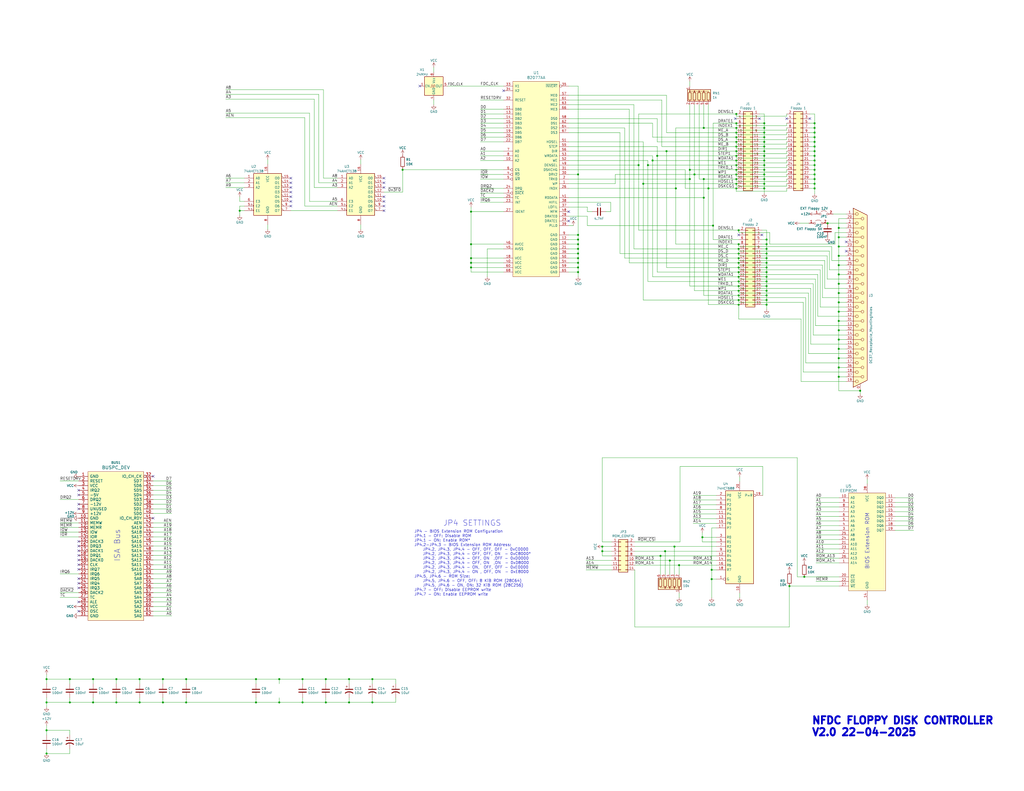
<source format=kicad_sch>
(kicad_sch (version 20231120) (generator "eeschema") (generator_version "8.0")
  (paper "C")
  (title_block (title "ISA8 Floppy Disk Controller") (date "2024-10-22") (rev "1.0"))
  (lib_symbols
    (symbol "74xx:74LS138" (pin_names (offset 1.016))
      (property "Reference" "U" (at -7.62 11.43 0))
      (property "Value" "74LS138" (at -7.62 -13.97 0))
      (symbol "74LS138_1_0"
        (pin input line (at -12.7 7.62 0) (length 5.08) (name "A0") (number "1"))
        (pin output output_low (at 12.7 -5.08 180) (length 5.08) (name "O5") (number "10"))
        (pin output output_low (at 12.7 -2.54 180) (length 5.08) (name "O4") (number "11"))
        (pin output output_low (at 12.7 0 180) (length 5.08) (name "O3") (number "12"))
        (pin output output_low (at 12.7 2.54 180) (length 5.08) (name "O2") (number "13"))
        (pin output output_low (at 12.7 5.08 180) (length 5.08) (name "O1") (number "14"))
        (pin output output_low (at 12.7 7.62 180) (length 5.08) (name "O0") (number "15"))
        (pin power_in line (at 0 15.24 270) (length 5.08) (name "VCC") (number "16"))
        (pin input line (at -12.7 5.08 0) (length 5.08) (name "A1") (number "2"))
        (pin input line (at -12.7 2.54 0) (length 5.08) (name "A2") (number "3"))
        (pin input input_low (at -12.7 -10.16 0) (length 5.08) (name "E1") (number "4"))
        (pin input input_low (at -12.7 -7.62 0) (length 5.08) (name "E2") (number "5"))
        (pin input line (at -12.7 -5.08 0) (length 5.08) (name "E3") (number "6"))
        (pin output output_low (at 12.7 -10.16 180) (length 5.08) (name "O7") (number "7"))
        (pin power_in line (at 0 -17.78 90) (length 5.08) (name "GND") (number "8"))
        (pin output output_low (at 12.7 -7.62 180) (length 5.08) (name "O6") (number "9"))
      )
    )
    (symbol "74xx:74LS688"
      (property "Reference" "U" (at -7.62 26.67 0))
      (property "Value" "74LS688" (at -7.62 -26.67 0))
      (symbol "74LS688_1_0"
        (pin input inverted (at -12.7 -22.86 0) (length 5.08) (name "G") (number "1"))
        (pin power_in line (at 0 -30.48 90) (length 5.08) (name "GND") (number "10"))
        (pin input line (at -12.7 12.7 0) (length 5.08) (name "P4") (number "11"))
        (pin input line (at -12.7 -10.16 0) (length 5.08) (name "R4") (number "12"))
        (pin input line (at -12.7 10.16 0) (length 5.08) (name "P5") (number "13"))
        (pin input line (at -12.7 -12.7 0) (length 5.08) (name "R5") (number "14"))
        (pin input line (at -12.7 7.62 0) (length 5.08) (name "P6") (number "15"))
        (pin input line (at -12.7 -15.24 0) (length 5.08) (name "R6") (number "16"))
        (pin input line (at -12.7 5.08 0) (length 5.08) (name "P7") (number "17"))
        (pin input line (at -12.7 -17.78 0) (length 5.08) (name "R7") (number "18"))
        (pin output inverted (at 12.7 22.86 180) (length 5.08) (name "P=R") (number "19"))
        (pin input line (at -12.7 22.86 0) (length 5.08) (name "P0") (number "2"))
        (pin power_in line (at 0 30.48 270) (length 5.08) (name "VCC") (number "20"))
        (pin input line (at -12.7 0 0) (length 5.08) (name "R0") (number "3"))
        (pin input line (at -12.7 20.32 0) (length 5.08) (name "P1") (number "4"))
        (pin input line (at -12.7 -2.54 0) (length 5.08) (name "R1") (number "5"))
        (pin input line (at -12.7 17.78 0) (length 5.08) (name "P2") (number "6"))
        (pin input line (at -12.7 -5.08 0) (length 5.08) (name "R2") (number "7"))
        (pin input line (at -12.7 15.24 0) (length 5.08) (name "P3") (number "8"))
        (pin input line (at -12.7 -7.62 0) (length 5.08) (name "R3") (number "9"))
      )
    )
    (symbol "Connector:DC37_Receptacle_MountingHoles" (pin_names (offset 1.016) hide)
      (property "Reference" "J" (at 0 52.07 0))
      (property "Value" "DC37_Receptacle_MountingHoles" (at 0 50.165 0))
      (symbol "DC37_Receptacle_MountingHoles_1_1"
        (pin passive line (at 0 -50.8 90) (length 3.81) (name "PAD") (number "0"))
        (pin passive line (at -7.62 45.72 0) (length 3.81) (name "1") (number "1"))
        (pin passive line (at -7.62 0 0) (length 3.81) (name "10") (number "10"))
        (pin passive line (at -7.62 -5.08 0) (length 3.81) (name "11") (number "11"))
        (pin passive line (at -7.62 -10.16 0) (length 3.81) (name "12") (number "12"))
        (pin passive line (at -7.62 -15.24 0) (length 3.81) (name "13") (number "13"))
        (pin passive line (at -7.62 -20.32 0) (length 3.81) (name "14") (number "14"))
        (pin passive line (at -7.62 -25.4 0) (length 3.81) (name "15") (number "15"))
        (pin passive line (at -7.62 -30.48 0) (length 3.81) (name "16") (number "16"))
        (pin passive line (at -7.62 -35.56 0) (length 3.81) (name "17") (number "17"))
        (pin passive line (at -7.62 -40.64 0) (length 3.81) (name "18") (number "18"))
        (pin passive line (at -7.62 -45.72 0) (length 3.81) (name "19") (number "19"))
        (pin passive line (at -7.62 40.64 0) (length 3.81) (name "2") (number "2"))
        (pin passive line (at -7.62 43.18 0) (length 3.81) (name "20") (number "20"))
        (pin passive line (at -7.62 38.1 0) (length 3.81) (name "21") (number "21"))
        (pin passive line (at -7.62 33.02 0) (length 3.81) (name "22") (number "22"))
        (pin passive line (at -7.62 27.94 0) (length 3.81) (name "23") (number "23"))
        (pin passive line (at -7.62 22.86 0) (length 3.81) (name "24") (number "24"))
        (pin passive line (at -7.62 17.78 0) (length 3.81) (name "25") (number "25"))
        (pin passive line (at -7.62 12.7 0) (length 3.81) (name "26") (number "26"))
        (pin passive line (at -7.62 7.62 0) (length 3.81) (name "27") (number "27"))
        (pin passive line (at -7.62 2.54 0) (length 3.81) (name "28") (number "28"))
        (pin passive line (at -7.62 -2.54 0) (length 3.81) (name "29") (number "29"))
        (pin passive line (at -7.62 35.56 0) (length 3.81) (name "3") (number "3"))
        (pin passive line (at -7.62 -7.62 0) (length 3.81) (name "30") (number "30"))
        (pin passive line (at -7.62 -12.7 0) (length 3.81) (name "31") (number "31"))
        (pin passive line (at -7.62 -17.78 0) (length 3.81) (name "32") (number "32"))
        (pin passive line (at -7.62 -22.86 0) (length 3.81) (name "33") (number "33"))
        (pin passive line (at -7.62 -27.94 0) (length 3.81) (name "34") (number "34"))
        (pin passive line (at -7.62 -33.02 0) (length 3.81) (name "35") (number "35"))
        (pin passive line (at -7.62 -38.1 0) (length 3.81) (name "36") (number "36"))
        (pin passive line (at -7.62 -43.18 0) (length 3.81) (name "37") (number "37"))
        (pin passive line (at -7.62 30.48 0) (length 3.81) (name "4") (number "4"))
        (pin passive line (at -7.62 25.4 0) (length 3.81) (name "5") (number "5"))
        (pin passive line (at -7.62 20.32 0) (length 3.81) (name "6") (number "6"))
        (pin passive line (at -7.62 15.24 0) (length 3.81) (name "7") (number "7"))
        (pin passive line (at -7.62 10.16 0) (length 3.81) (name "8") (number "8"))
        (pin passive line (at -7.62 5.08 0) (length 3.81) (name "9") (number "9"))
      )
    )
    (symbol "Connector_Generic:Conn_02x07_Odd_Even" (pin_names (offset 1.016) hide)
      (property "Reference" "J" (at 1.27 10.16 0))
      (property "Value" "Conn_02x07_Odd_Even" (at 1.27 -10.16 0))
      (symbol "Conn_02x07_Odd_Even_1_1"
        (pin passive line (at -5.08 7.62 0) (length 3.81) (name "Pin_1") (number "1"))
        (pin passive line (at 7.62 -2.54 180) (length 3.81) (name "Pin_10") (number "10"))
        (pin passive line (at -5.08 -5.08 0) (length 3.81) (name "Pin_11") (number "11"))
        (pin passive line (at 7.62 -5.08 180) (length 3.81) (name "Pin_12") (number "12"))
        (pin passive line (at -5.08 -7.62 0) (length 3.81) (name "Pin_13") (number "13"))
        (pin passive line (at 7.62 -7.62 180) (length 3.81) (name "Pin_14") (number "14"))
        (pin passive line (at 7.62 7.62 180) (length 3.81) (name "Pin_2") (number "2"))
        (pin passive line (at -5.08 5.08 0) (length 3.81) (name "Pin_3") (number "3"))
        (pin passive line (at 7.62 5.08 180) (length 3.81) (name "Pin_4") (number "4"))
        (pin passive line (at -5.08 2.54 0) (length 3.81) (name "Pin_5") (number "5"))
        (pin passive line (at 7.62 2.54 180) (length 3.81) (name "Pin_6") (number "6"))
        (pin passive line (at -5.08 0 0) (length 3.81) (name "Pin_7") (number "7"))
        (pin passive line (at 7.62 0 180) (length 3.81) (name "Pin_8") (number "8"))
        (pin passive line (at -5.08 -2.54 0) (length 3.81) (name "Pin_9") (number "9"))
      )
    )
    (symbol "Connector_Generic:Conn_02x17_Odd_Even" (pin_names (offset 1.016) hide)
      (property "Reference" "J" (at 1.27 22.86 0))
      (property "Value" "Conn_02x17_Odd_Even" (at 1.27 -22.86 0))
      (symbol "Conn_02x17_Odd_Even_1_1"
        (pin passive line (at -5.08 20.32 0) (length 3.81) (name "Pin_1") (number "1"))
        (pin passive line (at 7.62 10.16 180) (length 3.81) (name "Pin_10") (number "10"))
        (pin passive line (at -5.08 7.62 0) (length 3.81) (name "Pin_11") (number "11"))
        (pin passive line (at 7.62 7.62 180) (length 3.81) (name "Pin_12") (number "12"))
        (pin passive line (at -5.08 5.08 0) (length 3.81) (name "Pin_13") (number "13"))
        (pin passive line (at 7.62 5.08 180) (length 3.81) (name "Pin_14") (number "14"))
        (pin passive line (at -5.08 2.54 0) (length 3.81) (name "Pin_15") (number "15"))
        (pin passive line (at 7.62 2.54 180) (length 3.81) (name "Pin_16") (number "16"))
        (pin passive line (at -5.08 0 0) (length 3.81) (name "Pin_17") (number "17"))
        (pin passive line (at 7.62 0 180) (length 3.81) (name "Pin_18") (number "18"))
        (pin passive line (at -5.08 -2.54 0) (length 3.81) (name "Pin_19") (number "19"))
        (pin passive line (at 7.62 20.32 180) (length 3.81) (name "Pin_2") (number "2"))
        (pin passive line (at 7.62 -2.54 180) (length 3.81) (name "Pin_20") (number "20"))
        (pin passive line (at -5.08 -5.08 0) (length 3.81) (name "Pin_21") (number "21"))
        (pin passive line (at 7.62 -5.08 180) (length 3.81) (name "Pin_22") (number "22"))
        (pin passive line (at -5.08 -7.62 0) (length 3.81) (name "Pin_23") (number "23"))
        (pin passive line (at 7.62 -7.62 180) (length 3.81) (name "Pin_24") (number "24"))
        (pin passive line (at -5.08 -10.16 0) (length 3.81) (name "Pin_25") (number "25"))
        (pin passive line (at 7.62 -10.16 180) (length 3.81) (name "Pin_26") (number "26"))
        (pin passive line (at -5.08 -12.7 0) (length 3.81) (name "Pin_27") (number "27"))
        (pin passive line (at 7.62 -12.7 180) (length 3.81) (name "Pin_28") (number "28"))
        (pin passive line (at -5.08 -15.24 0) (length 3.81) (name "Pin_29") (number "29"))
        (pin passive line (at -5.08 17.78 0) (length 3.81) (name "Pin_3") (number "3"))
        (pin passive line (at 7.62 -15.24 180) (length 3.81) (name "Pin_30") (number "30"))
        (pin passive line (at -5.08 -17.78 0) (length 3.81) (name "Pin_31") (number "31"))
        (pin passive line (at 7.62 -17.78 180) (length 3.81) (name "Pin_32") (number "32"))
        (pin passive line (at -5.08 -20.32 0) (length 3.81) (name "Pin_33") (number "33"))
        (pin passive line (at 7.62 -20.32 180) (length 3.81) (name "Pin_34") (number "34"))
        (pin passive line (at 7.62 17.78 180) (length 3.81) (name "Pin_4") (number "4"))
        (pin passive line (at -5.08 15.24 0) (length 3.81) (name "Pin_5") (number "5"))
        (pin passive line (at 7.62 15.24 180) (length 3.81) (name "Pin_6") (number "6"))
        (pin passive line (at -5.08 12.7 0) (length 3.81) (name "Pin_7") (number "7"))
        (pin passive line (at 7.62 12.7 180) (length 3.81) (name "Pin_8") (number "8"))
        (pin passive line (at -5.08 10.16 0) (length 3.81) (name "Pin_9") (number "9"))
      )
    )
    (symbol "Device:C" (pin_numbers hide) (pin_names (offset 0.254))
      (property "Reference" "C" (at 0.635 2.54 0))
      (property "Value" "C" (at 0.635 -2.54 0))
      (symbol "C_1_1"
        (pin passive line (at 0 3.81 270) (length 2.794) (name "~") (number "1"))
        (pin passive line (at 0 -3.81 90) (length 2.794) (name "~") (number "2"))
      )
    )
    (symbol "Device:R" (pin_numbers hide) (pin_names (offset 0))
      (property "Reference" "R" (at 2.032 0 90))
      (property "Value" "R" (at 0 0 90))
      (symbol "R_1_1"
        (pin passive line (at 0 3.81 270) (length 1.27) (name "~") (number "1"))
        (pin passive line (at 0 -3.81 90) (length 1.27) (name "~") (number "2"))
      )
    )
    (symbol "Device:R_Network05" (pin_names (offset 0) hide)
      (property "Reference" "RN" (at -7.62 0 90))
      (property "Value" "R_Network05" (at 7.62 0 90))
      (symbol "R_Network05_1_1"
        (pin passive line (at -5.08 5.08 270) (length 2.54) (name "common") (number "1"))
        (pin passive line (at -5.08 -5.08 90) (length 1.27) (name "R1") (number "2"))
        (pin passive line (at -2.54 -5.08 90) (length 1.27) (name "R2") (number "3"))
        (pin passive line (at 0 -5.08 90) (length 1.27) (name "R3") (number "4"))
        (pin passive line (at 2.54 -5.08 90) (length 1.27) (name "R4") (number "5"))
        (pin passive line (at 5.08 -5.08 90) (length 1.27) (name "R5") (number "6"))
      )
    )
    (symbol "Jumper:Jumper_2_Open" (pin_names (offset 0) hide)
      (property "Reference" "JP" (at 0 2.794 0))
      (property "Value" "Jumper_2_Open" (at 0 -2.286 0))
      (symbol "Jumper_2_Open_1_1"
        (pin passive line (at -5.08 0 0) (length 2.54) (name "A") (number "1"))
        (pin passive line (at 5.08 0 180) (length 2.54) (name "B") (number "2"))
      )
    )
    (symbol "Oscillator:CXO_DIP8" (pin_names (offset 0.254))
      (property "Reference" "X" (at -5.08 6.35 0))
      (property "Value" "CXO_DIP8" (at 1.27 -6.35 0))
      (symbol "CXO_DIP8_1_1"
        (pin input line (at -7.62 0 0) (length 2.54) (name "EN") (number "1"))
        (pin power_in line (at 0 -7.62 90) (length 2.54) (name "GND") (number "4"))
        (pin output line (at 7.62 0 180) (length 2.54) (name "OUT") (number "5"))
        (pin power_in line (at 0 7.62 270) (length 2.54) (name "Vcc") (number "8"))
      )
    )
    (symbol "isa_monster_fdc-rescue:28C256-my_components" (pin_names (offset 1.016))
      (property "Reference" "U" (at -10.16 30.48 0))
      (property "Value" "28C256-my_components" (at -10.16 27.94 0))
      (symbol "28C256-my_components_1_1"
        (pin input line (at -15.24 -11.43 0) (length 5.08) (name "A14") (number "1"))
        (pin input line (at -15.24 24.13 0) (length 5.08) (name "A0") (number "10"))
        (pin bidirectional line (at 15.24 24.13 180) (length 5.08) (name "DQ0") (number "11"))
        (pin bidirectional line (at 15.24 21.59 180) (length 5.08) (name "DQ1") (number "12"))
        (pin bidirectional line (at 15.24 19.05 180) (length 5.08) (name "DQ2") (number "13"))
        (pin power_in line (at 0 -31.75 90) (length 5.08) (name "GND") (number "14"))
        (pin bidirectional line (at 15.24 16.51 180) (length 5.08) (name "DQ3") (number "15"))
        (pin bidirectional line (at 15.24 13.97 180) (length 5.08) (name "DQ4") (number "16"))
        (pin bidirectional line (at 15.24 11.43 180) (length 5.08) (name "DQ5") (number "17"))
        (pin bidirectional line (at 15.24 8.89 180) (length 5.08) (name "DQ6") (number "18"))
        (pin bidirectional line (at 15.24 6.35 180) (length 5.08) (name "DQ7") (number "19"))
        (pin input line (at -15.24 -6.35 0) (length 5.08) (name "A12") (number "2"))
        (pin input line (at -15.24 -19.05 0) (length 5.08) (name "~{CE}") (number "20"))
        (pin input line (at -15.24 -1.27 0) (length 5.08) (name "A10") (number "21"))
        (pin input line (at -15.24 -21.59 0) (length 5.08) (name "~{OE}") (number "22"))
        (pin input line (at -15.24 -3.81 0) (length 5.08) (name "A11") (number "23"))
        (pin input line (at -15.24 1.27 0) (length 5.08) (name "A9") (number "24"))
        (pin input line (at -15.24 3.81 0) (length 5.08) (name "A8") (number "25"))
        (pin input line (at -15.24 -8.89 0) (length 5.08) (name "A13") (number "26"))
        (pin input line (at -15.24 -24.13 0) (length 5.08) (name "~{WE}") (number "27"))
        (pin power_in line (at 0 31.75 270) (length 5.08) (name "VCC") (number "28"))
        (pin input line (at -15.24 6.35 0) (length 5.08) (name "A7") (number "3"))
        (pin input line (at -15.24 8.89 0) (length 5.08) (name "A6") (number "4"))
        (pin input line (at -15.24 11.43 0) (length 5.08) (name "A5") (number "5"))
        (pin input line (at -15.24 13.97 0) (length 5.08) (name "A4") (number "6"))
        (pin input line (at -15.24 16.51 0) (length 5.08) (name "A3") (number "7"))
        (pin input line (at -15.24 19.05 0) (length 5.08) (name "A2") (number "8"))
        (pin input line (at -15.24 21.59 0) (length 5.08) (name "A1") (number "9"))
      )
    )
    (symbol "isa_monster_fdc-rescue:82077AA-my_components" (pin_names (offset 1.016))
      (property "Reference" "U?" (at -12.7 44.45 0))
      (property "Value" "82077AA-my_components" (at -12.7 41.91 0))
      (symbol "82077AA-my_components_1_1"
        (pin input line (at 17.78 -15.24 180) (length 5.08) (name "WP") (number "1"))
        (pin input line (at -17.78 -2.54 0) (length 5.08) (name "A2") (number "10"))
        (pin tri_state line (at -17.78 25.4 0) (length 5.08) (name "DB0") (number "11"))
        (pin power_in line (at 17.78 -45.72 180) (length 5.08) (name "GND") (number "12"))
        (pin tri_state line (at -17.78 22.86 0) (length 5.08) (name "DB1") (number "13"))
        (pin tri_state line (at -17.78 20.32 0) (length 5.08) (name "DB2") (number "14"))
        (pin tri_state line (at -17.78 17.78 0) (length 5.08) (name "DB3") (number "15"))
        (pin power_in line (at 17.78 -48.26 180) (length 5.08) (name "GND") (number "16"))
        (pin tri_state line (at -17.78 15.24 0) (length 5.08) (name "DB4") (number "17"))
        (pin power_in line (at -17.78 -55.88 0) (length 5.08) (name "VCC") (number "18"))
        (pin tri_state line (at -17.78 12.7 0) (length 5.08) (name "DB5") (number "19"))
        (pin input line (at 17.78 -12.7 180) (length 5.08) (name "TRK0") (number "2"))
        (pin tri_state line (at -17.78 10.16 0) (length 5.08) (name "DB6") (number "20"))
        (pin power_in line (at 17.78 -50.8 180) (length 5.08) (name "GND") (number "21"))
        (pin tri_state line (at -17.78 7.62 0) (length 5.08) (name "DB7") (number "22"))
        (pin open_collector line (at -17.78 -25.4 0) (length 5.08) (name "INT") (number "23"))
        (pin open_collector line (at -17.78 -17.78 0) (length 5.08) (name "DRQ") (number "24"))
        (pin input line (at -17.78 -22.86 0) (length 5.08) (name "TC") (number "25"))
        (pin input line (at 17.78 -17.78 180) (length 5.08) (name "INDX") (number "26"))
        (pin input line (at -17.78 -30.48 0) (length 5.08) (name "IDENT") (number "27"))
        (pin output line (at 17.78 -33.02 180) (length 5.08) (name "DRATE0") (number "28"))
        (pin output line (at 17.78 -35.56 180) (length 5.08) (name "DRATE1") (number "29"))
        (pin input inverted (at -17.78 -20.32 0) (length 5.08) (name "~{DACK}") (number "3"))
        (pin input line (at 17.78 -10.16 180) (length 5.08) (name "DRV2") (number "30"))
        (pin input line (at 17.78 -7.62 180) (length 5.08) (name "DSKCHG") (number "31"))
        (pin input line (at -17.78 30.48 0) (length 5.08) (name "RESET") (number "32"))
        (pin input line (at -17.78 38.1 0) (length 5.08) (name "X1") (number "33"))
        (pin input line (at -17.78 35.56 0) (length 5.08) (name "X2") (number "34"))
        (pin input inverted (at 17.78 38.1 180) (length 5.08) (name "~{INVERT}") (number "35"))
        (pin power_in line (at 17.78 -53.34 180) (length 5.08) (name "GND") (number "36"))
        (pin input line (at 17.78 -27.94 180) (length 5.08) (name "LOFIL") (number "37"))
        (pin input line (at 17.78 -25.4 180) (length 5.08) (name "HIFIL") (number "38"))
        (pin input line (at 17.78 -38.1 180) (length 5.08) (name "PLL0") (number "39"))
        (pin input inverted (at -17.78 -10.16 0) (length 5.08) (name "~{RD}") (number "4"))
        (pin power_in line (at -17.78 -58.42 0) (length 5.08) (name "VCC") (number "40"))
        (pin input line (at 17.78 -22.86 180) (length 5.08) (name "RDDATA") (number "41"))
        (pin no_connect line (at -11.43 -35.56 0) (length 0) hide (name "NC") (number "42"))
        (pin no_connect line (at -11.43 -38.1 0) (length 0) hide (name "NC") (number "43"))
        (pin no_connect line (at -11.43 -40.64 0) (length 0) hide (name "NC") (number "44"))
        (pin power_in line (at -17.78 -50.8 0) (length 5.08) (name "AVSS") (number "45"))
        (pin power_in line (at -17.78 -48.26 0) (length 5.08) (name "AVCC") (number "46"))
        (pin no_connect line (at -11.43 -43.18 0) (length 0) hide (name "NC") (number "47"))
        (pin input line (at 17.78 -30.48 180) (length 5.08) (name "MFM") (number "48"))
        (pin output line (at 17.78 -5.08 180) (length 5.08) (name "DENSEL") (number "49"))
        (pin input inverted (at -17.78 -12.7 0) (length 5.08) (name "~{WR}") (number "5"))
        (pin power_in line (at 17.78 -55.88 180) (length 5.08) (name "GND") (number "50"))
        (pin output line (at 17.78 7.62 180) (length 5.08) (name "HDSEL") (number "51"))
        (pin output line (at 17.78 -2.54 180) (length 5.08) (name "WE") (number "52"))
        (pin output line (at 17.78 0 180) (length 5.08) (name "WRDATA") (number "53"))
        (pin power_in line (at 17.78 -58.42 180) (length 5.08) (name "GND") (number "54"))
        (pin output line (at 17.78 5.08 180) (length 5.08) (name "STEP") (number "55"))
        (pin output line (at 17.78 2.54 180) (length 5.08) (name "DIR") (number "56"))
        (pin output line (at 17.78 33.02 180) (length 5.08) (name "ME0") (number "57"))
        (pin output line (at 17.78 20.32 180) (length 5.08) (name "DS0") (number "58"))
        (pin power_in line (at 17.78 -60.96 180) (length 5.08) (name "GND") (number "59"))
        (pin input inverted (at -17.78 -7.62 0) (length 5.08) (name "CS") (number "6"))
        (pin power_in line (at -17.78 -60.96 0) (length 5.08) (name "VCC") (number "60"))
        (pin output line (at 17.78 30.48 180) (length 5.08) (name "ME1") (number "61"))
        (pin output line (at 17.78 17.78 180) (length 5.08) (name "DS1") (number "62"))
        (pin output line (at 17.78 27.94 180) (length 5.08) (name "ME2") (number "63"))
        (pin output line (at 17.78 15.24 180) (length 5.08) (name "DS2") (number "64"))
        (pin power_in line (at 17.78 -63.5 180) (length 5.08) (name "GND") (number "65"))
        (pin output line (at 17.78 25.4 180) (length 5.08) (name "ME3") (number "66"))
        (pin output line (at 17.78 12.7 180) (length 5.08) (name "DS3") (number "67"))
        (pin power_in line (at -17.78 -63.5 0) (length 5.08) (name "VCC") (number "68"))
        (pin input line (at -17.78 2.54 0) (length 5.08) (name "A0") (number "7"))
        (pin input line (at -17.78 0 0) (length 5.08) (name "A1") (number "8"))
        (pin power_in line (at 17.78 -43.18 180) (length 5.08) (name "GND") (number "9"))
      )
    )
    (symbol "isa_monster_fdc-rescue:BUSPC_DEV-my_components" (pin_names (offset 1.016))
      (property "Reference" "BUS" (at -15.24 41.91 0))
      (property "Value" "BUSPC_DEV-my_components" (at -15.24 -41.91 0))
      (symbol "BUSPC_DEV-my_components_1_1"
        (pin power_out line (at -20.32 38.1 0) (length 5.08) (name "GND") (number "1"))
        (pin power_in line (at -20.32 15.24 0) (length 5.08) (name "GND") (number "10"))
        (pin output inverted (at -20.32 12.7 0) (length 5.08) (name "MEMW") (number "11"))
        (pin output inverted (at -20.32 10.16 0) (length 5.08) (name "MEMR") (number "12"))
        (pin output inverted (at -20.32 7.62 0) (length 5.08) (name "IOW") (number "13"))
        (pin output inverted (at -20.32 5.08 0) (length 5.08) (name "IOR") (number "14"))
        (pin output inverted (at -20.32 2.54 0) (length 5.08) (name "DACK3") (number "15"))
        (pin input line (at -20.32 0 0) (length 5.08) (name "DRQ3") (number "16"))
        (pin output inverted (at -20.32 -2.54 0) (length 5.08) (name "DACK1") (number "17"))
        (pin input line (at -20.32 -5.08 0) (length 5.08) (name "DRQ1") (number "18"))
        (pin output inverted (at -20.32 -7.62 0) (length 5.08) (name "DACK0") (number "19"))
        (pin output line (at -20.32 35.56 0) (length 5.08) (name "RESET") (number "2"))
        (pin output line (at -20.32 -10.16 0) (length 5.08) (name "CLK") (number "20"))
        (pin input line (at -20.32 -12.7 0) (length 5.08) (name "IRQ7") (number "21"))
        (pin input line (at -20.32 -15.24 0) (length 5.08) (name "IRQ6") (number "22"))
        (pin input line (at -20.32 -17.78 0) (length 5.08) (name "IRQ5") (number "23"))
        (pin input line (at -20.32 -20.32 0) (length 5.08) (name "IRQ4") (number "24"))
        (pin input line (at -20.32 -22.86 0) (length 5.08) (name "IRQ3") (number "25"))
        (pin output inverted (at -20.32 -25.4 0) (length 5.08) (name "DACK2") (number "26"))
        (pin output line (at -20.32 -27.94 0) (length 5.08) (name "TC") (number "27"))
        (pin output line (at -20.32 -30.48 0) (length 5.08) (name "ALE") (number "28"))
        (pin power_in line (at -20.32 -33.02 0) (length 5.08) (name "VCC") (number "29"))
        (pin power_out line (at -20.32 33.02 0) (length 5.08) (name "VCC") (number "3"))
        (pin output line (at -20.32 -35.56 0) (length 5.08) (name "OSC") (number "30"))
        (pin power_in line (at -20.32 -38.1 0) (length 5.08) (name "GND") (number "31"))
        (pin input inverted (at 20.32 38.1 180) (length 5.08) (name "IO_CH_CK") (number "32"))
        (pin bidirectional line (at 20.32 35.56 180) (length 5.08) (name "SD7") (number "33"))
        (pin bidirectional line (at 20.32 33.02 180) (length 5.08) (name "SD6") (number "34"))
        (pin bidirectional line (at 20.32 30.48 180) (length 5.08) (name "SD5") (number "35"))
        (pin bidirectional line (at 20.32 27.94 180) (length 5.08) (name "SD4") (number "36"))
        (pin bidirectional line (at 20.32 25.4 180) (length 5.08) (name "SD3") (number "37"))
        (pin bidirectional line (at 20.32 22.86 180) (length 5.08) (name "SD2") (number "38"))
        (pin bidirectional line (at 20.32 20.32 180) (length 5.08) (name "SD1") (number "39"))
        (pin input line (at -20.32 30.48 0) (length 5.08) (name "IRQ2") (number "4"))
        (pin bidirectional line (at 20.32 17.78 180) (length 5.08) (name "SD0") (number "40"))
        (pin input line (at 20.32 15.24 180) (length 5.08) (name "IO_CH_RDY") (number "41"))
        (pin output line (at 20.32 12.7 180) (length 5.08) (name "AEN") (number "42"))
        (pin output line (at 20.32 10.16 180) (length 5.08) (name "SA19") (number "43"))
        (pin output line (at 20.32 7.62 180) (length 5.08) (name "SA18") (number "44"))
        (pin output line (at 20.32 5.08 180) (length 5.08) (name "SA17") (number "45"))
        (pin output line (at 20.32 2.54 180) (length 5.08) (name "SA16") (number "46"))
        (pin output line (at 20.32 0 180) (length 5.08) (name "SA15") (number "47"))
        (pin output line (at 20.32 -2.54 180) (length 5.08) (name "SA14") (number "48"))
        (pin output line (at 20.32 -5.08 180) (length 5.08) (name "SA13") (number "49"))
        (pin power_out line (at -20.32 27.94 0) (length 5.08) (name "-5V") (number "5"))
        (pin output line (at 20.32 -7.62 180) (length 5.08) (name "SA12") (number "50"))
        (pin output line (at 20.32 -10.16 180) (length 5.08) (name "SA11") (number "51"))
        (pin output line (at 20.32 -12.7 180) (length 5.08) (name "SA10") (number "52"))
        (pin output line (at 20.32 -15.24 180) (length 5.08) (name "SA9") (number "53"))
        (pin output line (at 20.32 -17.78 180) (length 5.08) (name "SA8") (number "54"))
        (pin output line (at 20.32 -20.32 180) (length 5.08) (name "SA7") (number "55"))
        (pin output line (at 20.32 -22.86 180) (length 5.08) (name "SA6") (number "56"))
        (pin output line (at 20.32 -25.4 180) (length 5.08) (name "SA5") (number "57"))
        (pin output line (at 20.32 -27.94 180) (length 5.08) (name "SA4") (number "58"))
        (pin output line (at 20.32 -30.48 180) (length 5.08) (name "SA3") (number "59"))
        (pin input line (at -20.32 25.4 0) (length 5.08) (name "DRQ2") (number "6"))
        (pin output line (at 20.32 -33.02 180) (length 5.08) (name "SA2") (number "60"))
        (pin output line (at 20.32 -35.56 180) (length 5.08) (name "SA1") (number "61"))
        (pin output line (at 20.32 -38.1 180) (length 5.08) (name "SA0") (number "62"))
        (pin power_out line (at -20.32 22.86 0) (length 5.08) (name "-12V") (number "7"))
        (pin passive line (at -20.32 20.32 0) (length 5.08) (name "UNUSED") (number "8"))
        (pin power_out line (at -20.32 17.78 0) (length 5.08) (name "+12V") (number "9"))
      )
    )
    (symbol "isa_monster_fdc-rescue:CP1-Device" (pin_numbers hide) (pin_names (offset 0.254) hide)
      (property "Reference" "C" (at 0.635 2.54 0))
      (property "Value" "Device_CP1" (at 0.635 -2.54 0))
      (symbol "CP1-Device_1_1"
        (pin passive line (at 0 3.81 270) (length 2.794) (name "~") (number "1"))
        (pin passive line (at 0 -3.81 90) (length 3.302) (name "~") (number "2"))
      )
    )
    (symbol "power:+12V" (power) (pin_names (offset 0))
      (property "Value" "+12V" (at 0 3.556 0))
      (symbol "+12V_1_1"
        (pin power_in line (at 0 0 90) (length 0) hide (name "+12V") (number "1"))
      )
    )
    (symbol "power:GND" (power) (pin_names (offset 0))
      (property "Value" "GND" (at 0 -3.81 0))
      (symbol "GND_1_1"
        (pin power_in line (at 0 0 270) (length 0) hide (name "GND") (number "1"))
      )
    )
    (symbol "power:VCC" (power) (pin_names (offset 0))
      (property "Value" "VCC" (at 0 3.81 0))
      (symbol "VCC_1_1"
        (pin power_in line (at 0 0 90) (length 0) hide (name "VCC") (number "1"))
      )
    )
  )
  (junction (at 315.468 128.27))
  (junction (at 418.338 143.51))
  (junction (at 444.5254 102.87))
  (junction (at 384.048 97.79))
  (junction (at 401.8026 62.23))
  (junction (at 351.028 100.33))
  (junction (at 365.506 306.07))
  (junction (at 88.9 383.54))
  (junction (at 401.828 100.33))
  (junction (at 418.338 153.67))
  (junction (at 417.068 67.31))
  (junction (at 376.428 97.79))
  (junction (at 88.9 370.84))
  (junction (at 177.8 370.84))
  (junction (at 152.4 383.54))
  (junction (at 401.828 72.39))
  (junction (at 403.098 125.73))
  (junction (at 219.71 92.71))
  (junction (at 418.338 163.83))
  (junction (at 165.1 383.54))
  (junction (at 418.338 158.75))
  (junction (at 315.468 95.25))
  (junction (at 360.426 303.53))
  (junction (at 401.828 102.87))
  (junction (at 403.098 156.21))
  (junction (at 368.808 102.87))
  (junction (at 451.612 121.92))
  (junction (at 418.338 151.13))
  (junction (at 417.068 77.47))
  (junction (at 315.468 138.43))
  (junction (at 457.708 175.26))
  (junction (at 63.5 370.84))
  (junction (at 457.708 170.18))
  (junction (at 444.5254 95.25))
  (junction (at 457.708 200.66))
  (junction (at 25.4 383.54))
  (junction (at 403.098 133.35))
  (junction (at 257.048 140.97))
  (junction (at 358.648 85.09))
  (junction (at 417.068 92.71))
  (junction (at 401.828 92.71))
  (junction (at 63.5 383.54))
  (junction (at 403.098 143.51))
  (junction (at 165.1 370.84))
  (junction (at 403.098 166.37))
  (junction (at 444.5254 67.31))
  (junction (at 315.468 140.97))
  (junction (at 388.366 311.15))
  (junction (at 401.828 69.85))
  (junction (at 386.588 102.87))
  (junction (at 403.098 135.89))
  (junction (at 401.828 67.31))
  (junction (at 353.568 90.17))
  (junction (at 257.048 115.57))
  (junction (at 444.5254 80.01))
  (junction (at 152.4 370.84))
  (junction (at 444.5254 87.63))
  (junction (at 457.708 185.42))
  (junction (at 315.468 135.89))
  (junction (at 444.5254 74.93))
  (junction (at 139.7 370.84))
  (junction (at 363.728 82.55))
  (junction (at 457.708 129.54))
  (junction (at 362.966 300.99))
  (junction (at 370.586 308.61))
  (junction (at 417.068 97.79))
  (junction (at 383.286 293.37))
  (junction (at 50.8 370.84))
  (junction (at 417.068 82.55))
  (junction (at 356.108 87.63))
  (junction (at 457.708 124.46))
  (junction (at 25.4 398.78))
  (junction (at 101.6 370.84))
  (junction (at 444.5254 77.47))
  (junction (at 403.098 138.43))
  (junction (at 38.1 383.54))
  (junction (at 403.098 151.13))
  (junction (at 403.098 158.75))
  (junction (at 101.6 383.54))
  (junction (at 444.5254 85.09))
  (junction (at 457.708 139.7))
  (junction (at 315.468 133.35))
  (junction (at 38.1 370.84))
  (junction (at 368.046 298.45))
  (junction (at 457.708 149.86))
  (junction (at 418.338 133.35))
  (junction (at 418.338 130.81))
  (junction (at 139.7 383.54))
  (junction (at 203.2 370.84))
  (junction (at 348.488 90.17))
  (junction (at 177.8 383.54))
  (junction (at 403.098 153.67))
  (junction (at 444.5254 72.39))
  (junction (at 388.366 316.23))
  (junction (at 328.676 298.45))
  (junction (at 457.708 165.1))
  (junction (at 257.048 146.05))
  (junction (at 401.828 95.25))
  (junction (at 418.338 146.05))
  (junction (at 384.048 107.95))
  (junction (at 430.784 320.04))
  (junction (at 257.048 133.35))
  (junction (at 401.828 97.79))
  (junction (at 457.708 134.62))
  (junction (at 76.2 383.54))
  (junction (at 457.708 160.02))
  (junction (at 444.5254 97.79))
  (junction (at 417.068 100.33))
  (junction (at 401.828 82.55))
  (junction (at 25.4 370.84))
  (junction (at 469.392 213.36))
  (junction (at 417.068 72.39))
  (junction (at 444.5254 82.55))
  (junction (at 418.338 148.59))
  (junction (at 376.428 92.71))
  (junction (at 401.828 85.09))
  (junction (at 417.068 85.09))
  (junction (at 130.81 115.062))
  (junction (at 417.068 74.93))
  (junction (at 444.5254 90.17))
  (junction (at 50.8 383.54))
  (junction (at 190.5 383.54))
  (junction (at 76.2 370.84))
  (junction (at 190.5 370.84))
  (junction (at 418.338 138.43))
  (junction (at 417.068 69.85))
  (junction (at 457.708 180.34))
  (junction (at 257.048 143.51))
  (junction (at 417.068 80.01))
  (junction (at 203.2 383.54))
  (junction (at 378.968 95.25))
  (junction (at 401.828 80.01))
  (junction (at 417.068 87.63))
  (junction (at 315.468 146.05))
  (junction (at 418.338 135.89))
  (junction (at 25.4 411.48))
  (junction (at 438.912 314.96))
  (junction (at 418.338 156.21))
  (junction (at 417.068 102.87))
  (junction (at 403.098 146.05))
  (junction (at 403.098 140.97))
  (junction (at 457.708 205.74))
  (junction (at 444.5254 100.33))
  (junction (at 403.098 148.59))
  (junction (at 315.468 143.51))
  (junction (at 328.676 300.99))
  (junction (at 401.828 74.93))
  (junction (at 457.708 154.94))
  (junction (at 418.338 140.97))
  (junction (at 457.708 190.5))
  (junction (at 389.128 123.19))
  (junction (at 384.048 69.85))
  (junction (at 418.338 161.29))
  (junction (at 418.338 166.37))
  (junction (at 403.098 163.83))
  (junction (at 403.098 161.29))
  (junction (at 457.708 144.78))
  (junction (at 401.828 77.47))
  (junction (at 401.828 87.63))
  (junction (at 457.708 195.58))
  (junction (at 417.068 95.25))
  (junction (at 444.5254 92.71))
  (junction (at 444.5254 69.85))
  (junction (at 315.468 130.81))
  (junction (at 401.828 90.17))
  (junction (at 315.468 148.59))
  (junction (at 417.068 90.17))
  (no_connect (at 42.926 270.256))
  (no_connect (at 42.926 318.516))
  (no_connect (at 209.55 107.442))
  (no_connect (at 274.828 49.53))
  (no_connect (at 42.926 308.356))
  (no_connect (at 42.926 275.336))
  (no_connect (at 42.926 295.656))
  (no_connect (at 42.926 328.676))
  (no_connect (at 401.2438 64.77))
  (no_connect (at 209.55 97.282))
  (no_connect (at 158.75 97.282))
  (no_connect (at 429.26 64.77))
  (no_connect (at 461.772 132.08))
  (no_connect (at 42.926 300.736))
  (no_connect (at 209.55 99.822))
  (no_connect (at 158.75 112.522))
  (no_connect (at 158.75 102.362))
  (no_connect (at 461.772 137.16))
  (no_connect (at 310.388 120.65))
  (no_connect (at 414.528 64.77))
  (no_connect (at 42.926 303.276))
  (no_connect (at 42.926 305.816))
  (no_connect (at 158.75 109.982))
  (no_connect (at 310.388 115.57))
  (no_connect (at 42.926 298.196))
  (no_connect (at 229.108 46.99))
  (no_connect (at 158.75 104.902))
  (no_connect (at 403.098 128.27))
  (no_connect (at 83.566 282.956))
  (no_connect (at 209.55 115.062))
  (no_connect (at 42.926 277.876))
  (no_connect (at 42.926 315.976))
  (no_connect (at 415.798 128.27))
  (no_connect (at 42.926 321.056))
  (no_connect (at 42.926 310.896))
  (no_connect (at 441.96 64.77))
  (no_connect (at 83.566 260.096))
  (no_connect (at 209.55 109.982))
  (no_connect (at 42.926 333.756))
  (no_connect (at 42.926 267.716))
  (no_connect (at 209.55 112.522))
  (no_connect (at 158.75 99.822))
  (no_connect (at 209.55 102.362))
  (no_connect (at 158.75 107.442))
  (wire (pts (xy 438.404 165.1) (xy 403.098 165.1)))
  (wire (pts (xy 165.1 370.84) (xy 177.8 370.84)))
  (wire (pts (xy 417.068 74.93) (xy 414.528 74.93)))
  (wire (pts (xy 310.388 135.89) (xy 315.468 135.89)))
  (wire (pts (xy 351.028 77.47) (xy 310.388 77.47)))
  (wire (pts (xy 417.068 77.47) (xy 417.068 74.93)))
  (wire (pts (xy 83.566 326.136) (xy 93.726 326.136)))
  (wire (pts (xy 418.338 140.97) (xy 418.338 138.43)))
  (wire (pts (xy 418.338 140.97) (xy 415.798 140.97)))
  (wire (pts (xy 461.772 193.04) (xy 441.198 193.04)))
  (wire (pts (xy 457.708 154.94) (xy 457.708 160.02)))
  (wire (pts (xy 139.7 370.84) (xy 139.7 373.38)))
  (wire (pts (xy 417.068 87.63) (xy 414.528 87.63)))
  (wire (pts (xy 441.96 62.23) (xy 444.5254 62.23)))
  (wire (pts (xy 171.45 102.362) (xy 171.45 54.102)))
  (wire (pts (xy 83.566 318.516) (xy 93.726 318.516)))
  (wire (pts (xy 429.26 78.74) (xy 429.26 77.47)))
  (wire (pts (xy 443.738 182.88) (xy 443.738 154.94)))
  (wire (pts (xy 461.772 121.92) (xy 451.612 121.92)))
  (wire (pts (xy 381.508 57.15) (xy 381.508 97.79)))
  (wire (pts (xy 373.888 92.71) (xy 373.888 102.87)))
  (wire (pts (xy 403.098 152.4) (xy 403.098 151.13)))
  (wire (pts (xy 457.708 144.78) (xy 461.772 144.78)))
  (wire (pts (xy 473.202 264.16) (xy 473.202 261.62)))
  (wire (pts (xy 362.966 313.69) (xy 362.966 300.99)))
  (wire (pts (xy 50.8 383.54) (xy 38.1 383.54)))
  (wire (pts (xy 401.828 87.63) (xy 401.828 88.9508)))
  (wire (pts (xy 76.2 383.54) (xy 63.5 383.54)))
  (wire (pts (xy 418.338 168.91) (xy 418.338 166.37)))
  (wire (pts (xy 418.338 166.37) (xy 418.338 163.83)))
  (wire (pts (xy 215.9 381) (xy 215.9 383.54)))
  (wire (pts (xy 262.128 62.23) (xy 274.828 62.23)))
  (wire (pts (xy 310.388 130.81) (xy 315.468 130.81)))
  (wire (pts (xy 455.676 127) (xy 461.772 127)))
  (wire (pts (xy 368.808 133.35) (xy 368.808 102.87)))
  (wire (pts (xy 417.068 97.79) (xy 414.528 97.79)))
  (wire (pts (xy 274.828 110.49) (xy 262.128 110.49)))
  (wire (pts (xy 361.188 80.01) (xy 401.828 80.01)))
  (wire (pts (xy 386.588 102.87) (xy 401.828 102.87)))
  (wire (pts (xy 473.202 327.66) (xy 473.202 330.2)))
  (wire (pts (xy 441.96 69.85) (xy 444.5254 69.85)))
  (wire (pts (xy 457.708 134.62) (xy 461.772 134.62)))
  (wire (pts (xy 441.96 92.71) (xy 444.5254 92.71)))
  (wire (pts (xy 315.468 128.27) (xy 315.468 95.25)))
  (wire (pts (xy 348.488 62.23) (xy 348.488 90.17)))
  (wire (pts (xy 444.5254 67.31) (xy 444.5254 69.85)))
  (wire (pts (xy 417.068 85.09) (xy 414.528 85.09)))
  (wire (pts (xy 42.926 272.796) (xy 32.766 272.796)))
  (wire (pts (xy 351.028 100.33) (xy 351.028 77.47)))
  (wire (pts (xy 265.938 135.89) (xy 274.828 135.89)))
  (wire (pts (xy 368.808 69.85) (xy 368.808 102.87)))
  (wire (pts (xy 173.99 51.562) (xy 123.19 51.562)))
  (wire (pts (xy 430.784 342.392) (xy 346.456 342.392)))
  (wire (pts (xy 328.676 300.99) (xy 328.676 298.45)))
  (wire (pts (xy 274.828 82.55) (xy 262.128 82.55)))
  (wire (pts (xy 343.408 143.51) (xy 343.408 59.69)))
  (wire (pts (xy 371.094 295.91) (xy 371.094 254.762)))
  (wire (pts (xy 441.96 85.09) (xy 444.5254 85.09)))
  (wire (pts (xy 401.828 67.31) (xy 401.828 68.58)))
  (wire (pts (xy 123.19 54.102) (xy 171.45 54.102)))
  (wire (pts (xy 403.098 125.73) (xy 403.098 127)))
  (wire (pts (xy 461.772 208.28) (xy 437.134 208.28)))
  (wire (pts (xy 401.828 72.39) (xy 401.828 73.6092)))
  (wire (pts (xy 403.098 147.32) (xy 403.098 146.05)))
  (wire (pts (xy 158.75 115.062) (xy 184.15 115.062)))
  (wire (pts (xy 363.728 72.39) (xy 363.728 52.07)))
  (wire (pts (xy 429.26 101.6) (xy 429.26 100.33)))
  (wire (pts (xy 168.91 109.982) (xy 168.91 61.722)))
  (wire (pts (xy 441.96 77.47) (xy 444.5254 77.47)))
  (wire (pts (xy 83.566 321.056) (xy 93.726 321.056)))
  (wire (pts (xy 457.708 190.5) (xy 457.708 195.58)))
  (wire (pts (xy 173.99 99.822) (xy 173.99 51.562)))
  (wire (pts (xy 444.5254 69.85) (xy 444.5254 72.39)))
  (wire (pts (xy 328.676 303.53) (xy 328.676 300.99)))
  (wire (pts (xy 257.048 140.97) (xy 257.048 143.51)))
  (wire (pts (xy 386.588 166.37) (xy 403.098 166.37)))
  (wire (pts (xy 457.708 195.58) (xy 457.708 200.66)))
  (wire (pts (xy 401.828 83.8454) (xy 429.26 83.8454)))
  (wire (pts (xy 315.468 95.25) (xy 315.468 46.99)))
  (wire (pts (xy 438.404 203.2) (xy 438.404 165.1)))
  (wire (pts (xy 165.1 370.84) (xy 165.1 373.38)))
  (wire (pts (xy 461.772 177.8) (xy 445.008 177.8)))
  (wire (pts (xy 190.5 370.84) (xy 203.2 370.84)))
  (wire (pts (xy 152.4 383.54) (xy 139.7 383.54)))
  (wire (pts (xy 353.568 87.63) (xy 353.568 90.17)))
  (wire (pts (xy 274.828 54.61) (xy 262.128 54.61)))
  (wire (pts (xy 442.468 157.48) (xy 403.098 157.48)))
  (wire (pts (xy 361.188 54.61) (xy 361.188 80.01)))
  (wire (pts (xy 429.26 102.87) (xy 429.26 104.4702)))
  (wire (pts (xy 390.906 316.23) (xy 388.366 316.23)))
  (wire (pts (xy 457.708 139.7) (xy 461.772 139.7)))
  (wire (pts (xy 42.926 285.496) (xy 32.766 285.496)))
  (wire (pts (xy 328.676 249.936) (xy 328.676 295.91)))
  (wire (pts (xy 418.338 135.89) (xy 418.338 133.35)))
  (wire (pts (xy 42.926 293.116) (xy 32.766 293.116)))
  (wire (pts (xy 310.388 128.27) (xy 315.468 128.27)))
  (wire (pts (xy 360.426 313.69) (xy 360.426 303.53)))
  (wire (pts (xy 101.6 370.84) (xy 139.7 370.84)))
  (wire (pts (xy 441.96 67.31) (xy 444.5254 67.31)))
  (wire (pts (xy 320.548 115.57) (xy 320.548 113.03)))
  (wire (pts (xy 376.428 92.71) (xy 376.428 57.15)))
  (wire (pts (xy 401.828 78.74) (xy 429.26 78.74)))
  (wire (pts (xy 130.81 117.602) (xy 130.81 115.062)))
  (wire (pts (xy 403.098 151.13) (xy 356.108 151.13)))
  (wire (pts (xy 383.286 295.91) (xy 383.286 293.37)))
  (wire (pts (xy 203.2 370.84) (xy 215.9 370.84)))
  (wire (pts (xy 101.6 383.54) (xy 101.6 381)))
  (wire (pts (xy 415.798 163.83) (xy 418.338 163.83)))
  (wire (pts (xy 83.566 310.896) (xy 93.726 310.896)))
  (wire (pts (xy 441.96 95.25) (xy 444.5254 95.25)))
  (wire (pts (xy 417.068 74.93) (xy 417.068 72.39)))
  (wire (pts (xy 457.708 170.18) (xy 457.708 175.26)))
  (wire (pts (xy 386.588 102.87) (xy 386.588 166.37)))
  (wire (pts (xy 414.528 72.39) (xy 417.068 72.39)))
  (wire (pts (xy 83.566 336.296) (xy 93.726 336.296)))
  (wire (pts (xy 417.068 69.85) (xy 417.068 67.31)))
  (wire (pts (xy 401.828 88.9508) (xy 429.26 88.9508)))
  (wire (pts (xy 457.708 149.86) (xy 461.772 149.86)))
  (wire (pts (xy 401.8026 62.23) (xy 401.8026 63.5)))
  (wire (pts (xy 461.772 142.24) (xy 453.898 142.24)))
  (wire (pts (xy 403.098 140.97) (xy 340.868 140.97)))
  (wire (pts (xy 430.784 320.04) (xy 430.784 342.392)))
  (wire (pts (xy 417.068 102.87) (xy 417.068 100.33)))
  (wire (pts (xy 438.912 314.96) (xy 435.102 314.96)))
  (wire (pts (xy 418.338 163.83) (xy 418.338 161.29)))
  (wire (pts (xy 447.548 167.64) (xy 447.548 147.32)))
  (wire (pts (xy 418.338 151.13) (xy 418.338 148.59)))
  (wire (pts (xy 457.708 119.38) (xy 457.708 124.46)))
  (wire (pts (xy 418.338 133.35) (xy 415.798 133.35)))
  (wire (pts (xy 25.4 401.32) (xy 25.4 398.78)))
  (wire (pts (xy 365.506 306.07) (xy 390.906 306.07)))
  (wire (pts (xy 403.098 153.67) (xy 353.568 153.67)))
  (wire (pts (xy 457.962 276.86) (xy 445.262 276.86)))
  (wire (pts (xy 461.772 187.96) (xy 442.468 187.96)))
  (wire (pts (xy 403.098 130.81) (xy 389.128 130.81)))
  (wire (pts (xy 441.96 74.93) (xy 444.5254 74.93)))
  (wire (pts (xy 418.338 156.21) (xy 415.798 156.21)))
  (wire (pts (xy 257.048 115.57) (xy 257.048 113.03)))
  (wire (pts (xy 262.128 74.93) (xy 274.828 74.93)))
  (wire (pts (xy 418.338 146.05) (xy 418.338 143.51)))
  (wire (pts (xy 444.5254 102.87) (xy 444.5254 105.8672)))
  (wire (pts (xy 358.648 80.01) (xy 358.648 85.09)))
  (wire (pts (xy 401.828 104.4448) (xy 401.828 102.87)))
  (wire (pts (xy 310.388 146.05) (xy 315.468 146.05)))
  (wire (pts (xy 348.488 125.73) (xy 348.488 90.17)))
  (wire (pts (xy 418.338 138.43) (xy 418.338 135.89)))
  (wire (pts (xy 415.798 125.73) (xy 418.338 125.73)))
  (wire (pts (xy 403.098 158.75) (xy 403.098 160.02)))
  (wire (pts (xy 274.828 133.35) (xy 257.048 133.35)))
  (wire (pts (xy 403.098 127) (xy 420.116 127)))
  (wire (pts (xy 76.2 383.54) (xy 76.2 381)))
  (wire (pts (xy 88.9 370.84) (xy 88.9 373.38)))
  (wire (pts (xy 333.756 298.45) (xy 328.676 298.45)))
  (wire (pts (xy 429.26 83.8454) (xy 429.26 82.55)))
  (wire (pts (xy 498.602 289.56) (xy 488.442 289.56)))
  (wire (pts (xy 401.828 90.17) (xy 401.828 91.44)))
  (wire (pts (xy 346.456 306.07) (xy 365.506 306.07)))
  (wire (pts (xy 123.19 97.282) (xy 133.35 97.282)))
  (wire (pts (xy 25.4 370.84) (xy 25.4 368.3)))
  (wire (pts (xy 139.7 383.54) (xy 139.7 381)))
  (wire (pts (xy 351.028 163.83) (xy 351.028 100.33)))
  (wire (pts (xy 401.828 77.47) (xy 401.828 78.74)))
  (wire (pts (xy 450.088 142.24) (xy 403.098 142.24)))
  (wire (pts (xy 376.428 156.21) (xy 376.428 97.79)))
  (wire (pts (xy 335.788 100.33) (xy 310.388 100.33)))
  (wire (pts (xy 451.358 139.7) (xy 403.098 139.7)))
  (wire (pts (xy 457.708 205.74) (xy 461.772 205.74)))
  (wire (pts (xy 401.828 100.33) (xy 351.028 100.33)))
  (wire (pts (xy 414.528 82.55) (xy 417.068 82.55)))
  (wire (pts (xy 401.828 92.71) (xy 376.428 92.71)))
  (wire (pts (xy 417.068 82.55) (xy 417.068 80.01)))
  (wire (pts (xy 444.5254 82.55) (xy 444.5254 85.09)))
  (wire (pts (xy 363.728 52.07) (xy 310.388 52.07)))
  (wire (pts (xy 430.784 320.04) (xy 457.962 320.04)))
  (wire (pts (xy 184.15 97.282) (xy 176.53 97.282)))
  (wire (pts (xy 403.098 135.89) (xy 345.948 135.89)))
  (wire (pts (xy 403.606 323.85) (xy 403.606 326.39)))
  (wire (pts (xy 130.81 115.062) (xy 130.81 112.522)))
  (wire (pts (xy 444.5254 90.17) (xy 444.5254 92.71)))
  (wire (pts (xy 403.098 149.86) (xy 403.098 148.59)))
  (wire (pts (xy 414.528 95.25) (xy 417.068 95.25)))
  (wire (pts (xy 370.586 308.61) (xy 390.906 308.61)))
  (wire (pts (xy 363.728 82.55) (xy 310.388 82.55)))
  (wire (pts (xy 417.068 87.63) (xy 417.068 85.09)))
  (wire (pts (xy 418.338 161.29) (xy 418.338 158.75)))
  (wire (pts (xy 265.938 151.13) (xy 265.938 135.89)))
  (wire (pts (xy 93.726 285.496) (xy 83.566 285.496)))
  (wire (pts (xy 461.772 157.48) (xy 450.088 157.48)))
  (wire (pts (xy 435.102 249.936) (xy 328.676 249.936)))
  (wire (pts (xy 262.128 77.47) (xy 274.828 77.47)))
  (wire (pts (xy 346.456 295.91) (xy 371.094 295.91)))
  (wire (pts (xy 443.738 154.94) (xy 403.098 154.94)))
  (wire (pts (xy 345.948 135.89) (xy 345.948 57.15)))
  (wire (pts (xy 257.048 143.51) (xy 257.048 146.05)))
  (wire (pts (xy 42.926 313.436) (xy 32.766 313.436)))
  (wire (pts (xy 453.898 142.24) (xy 453.898 134.62)))
  (wire (pts (xy 457.708 129.54) (xy 457.708 134.62)))
  (wire (pts (xy 274.828 148.59) (xy 257.048 148.59)))
  (wire (pts (xy 83.566 295.656) (xy 93.726 295.656)))
  (wire (pts (xy 203.2 383.54) (xy 215.9 383.54)))
  (wire (pts (xy 358.648 148.59) (xy 358.648 85.09)))
  (wire (pts (xy 401.828 80.01) (xy 401.828 81.28)))
  (wire (pts (xy 414.528 102.87) (xy 417.068 102.87)))
  (wire (pts (xy 333.248 115.57) (xy 333.248 110.49)))
  (wire (pts (xy 403.098 138.43) (xy 338.328 138.43)))
  (wire (pts (xy 418.338 133.35) (xy 418.338 130.81)))
  (wire (pts (xy 171.45 102.362) (xy 184.15 102.362)))
  (wire (pts (xy 101.6 383.54) (xy 88.9 383.54)))
  (wire (pts (xy 429.26 96.4946) (xy 429.26 95.25)))
  (wire (pts (xy 401.828 74.93) (xy 401.828 76.2)))
  (wire (pts (xy 215.9 370.84) (xy 215.9 373.38)))
  (wire (pts (xy 384.048 161.29) (xy 384.048 107.95)))
  (wire (pts (xy 417.068 90.17) (xy 414.528 90.17)))
  (wire (pts (xy 444.5254 62.23) (xy 444.5254 67.31)))
  (wire (pts (xy 83.566 290.576) (xy 93.726 290.576)))
  (wire (pts (xy 184.15 99.822) (xy 173.99 99.822)))
  (wire (pts (xy 353.568 153.67) (xy 353.568 90.17)))
  (wire (pts (xy 38.1 370.84) (xy 38.1 373.38)))
  (wire (pts (xy 338.328 72.39) (xy 310.388 72.39)))
  (wire (pts (xy 418.338 143.51) (xy 418.338 140.97)))
  (wire (pts (xy 38.1 398.78) (xy 25.4 398.78)))
  (wire (pts (xy 310.388 118.11) (xy 320.548 118.11)))
  (wire (pts (xy 376.428 44.45) (xy 376.428 46.99)))
  (wire (pts (xy 418.338 148.59) (xy 415.798 148.59)))
  (wire (pts (xy 388.366 311.15) (xy 388.366 316.23)))
  (wire (pts (xy 83.566 331.216) (xy 93.726 331.216)))
  (wire (pts (xy 274.828 146.05) (xy 257.048 146.05)))
  (wire (pts (xy 430.784 320.04) (xy 430.784 319.786)))
  (wire (pts (xy 441.96 72.39) (xy 444.5254 72.39)))
  (wire (pts (xy 384.048 69.85) (xy 401.828 69.85)))
  (wire (pts (xy 417.068 80.01) (xy 417.068 77.47)))
  (wire (pts (xy 83.566 315.976) (xy 93.726 315.976)))
  (wire (pts (xy 429.26 68.58) (xy 429.26 67.31)))
  (wire (pts (xy 262.128 72.39) (xy 274.828 72.39)))
  (wire (pts (xy 403.098 157.48) (xy 403.098 156.21)))
  (wire (pts (xy 50.8 383.54) (xy 50.8 381)))
  (wire (pts (xy 457.708 213.36) (xy 469.392 213.36)))
  (wire (pts (xy 403.098 139.7) (xy 403.098 138.43)))
  (wire (pts (xy 403.098 137.16) (xy 403.098 135.89)))
  (wire (pts (xy 444.5254 100.33) (xy 444.5254 102.87)))
  (wire (pts (xy 417.068 67.31) (xy 414.528 67.31)))
  (wire (pts (xy 453.898 134.62) (xy 403.098 134.62)))
  (wire (pts (xy 417.068 62.23) (xy 417.068 67.31)))
  (wire (pts (xy 403.098 154.94) (xy 403.098 153.67)))
  (wire (pts (xy 262.128 107.95) (xy 274.828 107.95)))
  (wire (pts (xy 383.286 293.37) (xy 383.286 290.83)))
  (wire (pts (xy 262.128 67.31) (xy 274.828 67.31)))
  (wire (pts (xy 274.828 105.41) (xy 262.128 105.41)))
  (wire (pts (xy 457.708 185.42) (xy 461.772 185.42)))
  (wire (pts (xy 403.098 174.244) (xy 403.098 166.37)))
  (wire (pts (xy 338.328 138.43) (xy 338.328 72.39)))
  (wire (pts (xy 25.4 386.08) (xy 25.4 383.54)))
  (wire (pts (xy 403.098 158.75) (xy 378.968 158.75)))
  (wire (pts (xy 345.948 57.15) (xy 310.388 57.15)))
  (wire (pts (xy 403.098 133.35) (xy 368.808 133.35)))
  (wire (pts (xy 457.962 284.48) (xy 445.262 284.48)))
  (wire (pts (xy 315.468 133.35) (xy 315.468 135.89)))
  (wire (pts (xy 323.088 115.57) (xy 320.548 115.57)))
  (wire (pts (xy 461.772 203.2) (xy 438.404 203.2)))
  (wire (pts (xy 435.102 314.96) (xy 435.102 249.936)))
  (wire (pts (xy 415.798 146.05) (xy 418.338 146.05)))
  (wire (pts (xy 444.5254 92.71) (xy 444.5254 95.25)))
  (wire (pts (xy 415.798 158.75) (xy 418.338 158.75)))
  (wire (pts (xy 168.91 109.982) (xy 184.15 109.982)))
  (wire (pts (xy 457.708 124.46) (xy 457.708 129.54)))
  (wire (pts (xy 461.772 147.32) (xy 452.628 147.32)))
  (wire (pts (xy 457.962 279.4) (xy 445.262 279.4)))
  (wire (pts (xy 457.962 287.02) (xy 445.262 287.02)))
  (wire (pts (xy 403.098 146.05) (xy 363.728 146.05)))
  (wire (pts (xy 83.566 262.636) (xy 93.726 262.636)))
  (wire (pts (xy 417.068 85.09) (xy 417.068 82.55)))
  (wire (pts (xy 417.068 90.17) (xy 417.068 87.63)))
  (wire (pts (xy 403.098 148.59) (xy 358.648 148.59)))
  (wire (pts (xy 123.19 64.262) (xy 166.37 64.262)))
  (wire (pts (xy 390.906 270.51) (xy 378.206 270.51)))
  (wire (pts (xy 50.8 370.84) (xy 63.5 370.84)))
  (wire (pts (xy 418.338 148.59) (xy 418.338 146.05)))
  (wire (pts (xy 346.456 298.45) (xy 368.046 298.45)))
  (wire (pts (xy 401.828 91.44) (xy 429.26 91.44)))
  (wire (pts (xy 401.828 77.47) (xy 358.648 77.47)))
  (wire (pts (xy 388.366 288.29) (xy 388.366 311.15)))
  (wire (pts (xy 365.506 313.69) (xy 365.506 306.07)))
  (wire (pts (xy 441.96 102.87) (xy 444.5254 102.87)))
  (wire (pts (xy 358.648 64.77) (xy 310.388 64.77)))
  (wire (pts (xy 401.828 86.3854) (xy 429.26 86.3854)))
  (wire (pts (xy 457.708 160.02) (xy 461.772 160.02)))
  (wire (pts (xy 333.756 311.15) (xy 319.786 311.15)))
  (wire (pts (xy 262.128 59.69) (xy 274.828 59.69)))
  (wire (pts (xy 83.566 303.276) (xy 93.726 303.276)))
  (wire (pts (xy 401.8534 104.4702) (xy 429.26 104.4702)))
  (wire (pts (xy 203.2 381) (xy 203.2 383.54)))
  (wire (pts (xy 403.098 144.78) (xy 448.818 144.78)))
  (wire (pts (xy 457.708 190.5) (xy 461.772 190.5)))
  (wire (pts (xy 438.912 314.96) (xy 457.962 314.96)))
  (wire (pts (xy 429.26 88.9508) (xy 429.26 87.63)))
  (wire (pts (xy 429.26 93.98) (xy 429.26 92.71)))
  (wire (pts (xy 320.548 118.11) (xy 320.548 123.19)))
  (wire (pts (xy 203.2 370.84) (xy 203.2 373.38)))
  (wire (pts (xy 469.392 213.36) (xy 469.392 215.138)))
  (wire (pts (xy 25.4 370.84) (xy 38.1 370.84)))
  (wire (pts (xy 401.828 92.71) (xy 401.828 93.98)))
  (wire (pts (xy 371.094 254.762) (xy 416.306 254.762)))
  (wire (pts (xy 401.828 76.2) (xy 429.26 76.2)))
  (wire (pts (xy 368.046 313.69) (xy 368.046 298.45)))
  (wire (pts (xy 274.828 95.25) (xy 262.128 95.25)))
  (wire (pts (xy 310.388 92.71) (xy 373.888 92.71)))
  (wire (pts (xy 498.602 274.32) (xy 488.442 274.32)))
  (wire (pts (xy 219.71 92.71) (xy 274.828 92.71)))
  (wire (pts (xy 417.068 95.25) (xy 417.068 92.71)))
  (wire (pts (xy 152.4 370.84) (xy 165.1 370.84)))
  (wire (pts (xy 315.468 130.81) (xy 315.468 133.35)))
  (wire (pts (xy 38.1 381) (xy 38.1 383.54)))
  (wire (pts (xy 390.906 275.59) (xy 378.206 275.59)))
  (wire (pts (xy 310.388 54.61) (xy 361.188 54.61)))
  (wire (pts (xy 88.9 370.84) (xy 101.6 370.84)))
  (wire (pts (xy 403.098 142.24) (xy 403.098 140.97)))
  (wire (pts (xy 417.068 69.85) (xy 414.528 69.85)))
  (wire (pts (xy 442.468 187.96) (xy 442.468 157.48)))
  (wire (pts (xy 146.05 89.662) (xy 146.05 87.122)))
  (wire (pts (xy 446.278 149.86) (xy 403.098 149.86)))
  (wire (pts (xy 437.134 174.244) (xy 403.098 174.244)))
  (wire (pts (xy 418.338 153.67) (xy 415.798 153.67)))
  (wire (pts (xy 330.708 115.57) (xy 333.248 115.57)))
  (wire (pts (xy 444.5254 74.93) (xy 444.5254 77.47)))
  (wire (pts (xy 447.548 147.32) (xy 403.098 147.32)))
  (wire (pts (xy 333.756 300.99) (xy 328.676 300.99)))
  (wire (pts (xy 358.648 85.09) (xy 401.828 85.09)))
  (wire (pts (xy 384.048 97.79) (xy 384.048 107.95)))
  (wire (pts (xy 88.9 383.54) (xy 76.2 383.54)))
  (wire (pts (xy 417.068 62.23) (xy 414.528 62.23)))
  (wire (pts (xy 461.772 182.88) (xy 443.738 182.88)))
  (wire (pts (xy 83.566 308.356) (xy 93.726 308.356)))
  (wire (pts (xy 315.468 46.99) (xy 310.388 46.99)))
  (wire (pts (xy 457.708 175.26) (xy 461.772 175.26)))
  (wire (pts (xy 457.708 180.34) (xy 461.772 180.34)))
  (wire (pts (xy 83.566 313.436) (xy 93.726 313.436)))
  (wire (pts (xy 417.068 77.47) (xy 414.528 77.47)))
  (wire (pts (xy 461.772 167.64) (xy 447.548 167.64)))
  (wire (pts (xy 219.71 104.902) (xy 219.71 92.71)))
  (wire (pts (xy 457.962 317.5) (xy 445.262 317.5)))
  (wire (pts (xy 390.906 295.91) (xy 383.286 295.91)))
  (wire (pts (xy 257.048 133.35) (xy 257.048 140.97)))
  (wire (pts (xy 133.35 109.982) (xy 130.81 109.982)))
  (wire (pts (xy 244.348 46.99) (xy 274.828 46.99)))
  (wire (pts (xy 417.068 105.41) (xy 417.068 102.87)))
  (wire (pts (xy 378.206 283.21) (xy 390.906 283.21)))
  (wire (pts (xy 83.566 333.756) (xy 93.726 333.756)))
  (wire (pts (xy 403.098 162.56) (xy 403.098 161.29)))
  (wire (pts (xy 429.26 91.44) (xy 429.26 90.17)))
  (wire (pts (xy 83.566 277.876) (xy 93.726 277.876)))
  (wire (pts (xy 83.566 323.596) (xy 93.726 323.596)))
  (wire (pts (xy 457.708 170.18) (xy 461.772 170.18)))
  (wire (pts (xy 50.8 370.84) (xy 50.8 373.38)))
  (wire (pts (xy 461.772 172.72) (xy 446.278 172.72)))
  (wire (pts (xy 274.828 102.87) (xy 262.128 102.87)))
  (wire (pts (xy 310.388 140.97) (xy 315.468 140.97)))
  (wire (pts (xy 356.108 74.93) (xy 401.828 74.93)))
  (wire (pts (xy 146.05 122.682) (xy 146.05 125.222)))
  (wire (pts (xy 461.772 116.84) (xy 454.66 116.84)))
  (wire (pts (xy 315.468 140.97) (xy 315.468 143.51)))
  (wire (pts (xy 165.1 383.54) (xy 152.4 383.54)))
  (wire (pts (xy 401.8026 63.5) (xy 429.26 63.5)))
  (wire (pts (xy 418.338 161.29) (xy 415.798 161.29)))
  (wire (pts (xy 403.098 143.51) (xy 343.408 143.51)))
  (wire (pts (xy 320.548 113.03) (xy 310.388 113.03)))
  (wire (pts (xy 457.708 144.78) (xy 457.708 149.86)))
  (wire (pts (xy 444.5254 77.47) (xy 444.5254 80.01)))
  (wire (pts (xy 310.388 95.25) (xy 315.468 95.25)))
  (wire (pts (xy 343.408 59.69) (xy 310.388 59.69)))
  (wire (pts (xy 417.068 80.01) (xy 414.528 80.01)))
  (wire (pts (xy 444.5254 80.01) (xy 444.5254 82.55)))
  (wire (pts (xy 403.098 125.73) (xy 348.488 125.73)))
  (wire (pts (xy 450.088 157.48) (xy 450.088 142.24)))
  (wire (pts (xy 310.388 102.87) (xy 368.808 102.87)))
  (wire (pts (xy 320.548 123.19) (xy 389.128 123.19)))
  (wire (pts (xy 378.968 57.15) (xy 378.968 95.25)))
  (wire (pts (xy 25.4 398.78) (xy 25.4 396.24)))
  (wire (pts (xy 340.868 140.97) (xy 340.868 69.85)))
  (wire (pts (xy 362.966 300.99) (xy 390.906 300.99)))
  (wire (pts (xy 441.96 80.01) (xy 444.5254 80.01)))
  (wire (pts (xy 360.426 303.53) (xy 390.906 303.53)))
  (wire (pts (xy 414.528 100.33) (xy 417.068 100.33)))
  (wire (pts (xy 457.962 292.1) (xy 445.262 292.1)))
  (wire (pts (xy 429.26 76.2) (xy 429.26 74.93)))
  (wire (pts (xy 315.468 128.27) (xy 315.468 130.81)))
  (wire (pts (xy 101.6 383.54) (xy 139.7 383.54)))
  (wire (pts (xy 401.828 95.25) (xy 378.968 95.25)))
  (wire (pts (xy 315.468 138.43) (xy 315.468 140.97)))
  (wire (pts (xy 346.456 300.99) (xy 362.966 300.99)))
  (wire (pts (xy 418.338 138.43) (xy 415.798 138.43)))
  (wire (pts (xy 446.278 172.72) (xy 446.278 149.86)))
  (wire (pts (xy 373.888 102.87) (xy 386.588 102.87)))
  (wire (pts (xy 390.906 273.05) (xy 378.206 273.05)))
  (wire (pts (xy 429.26 86.3854) (xy 429.26 85.09)))
  (wire (pts (xy 257.048 146.05) (xy 257.048 148.59)))
  (wire (pts (xy 451.358 152.4) (xy 451.358 139.7)))
  (wire (pts (xy 168.91 61.722) (xy 123.19 61.722)))
  (wire (pts (xy 133.35 115.062) (xy 130.81 115.062)))
  (wire (pts (xy 368.808 69.85) (xy 384.048 69.85)))
  (wire (pts (xy 378.968 158.75) (xy 378.968 95.25)))
  (wire (pts (xy 498.602 276.86) (xy 488.442 276.86)))
  (wire (pts (xy 196.85 122.682) (xy 196.85 125.222)))
  (wire (pts (xy 25.4 383.54) (xy 25.4 381)))
  (wire (pts (xy 401.8534 104.4448) (xy 401.828 104.4448)))
  (wire (pts (xy 457.708 165.1) (xy 461.772 165.1)))
  (wire (pts (xy 166.37 112.522) (xy 166.37 64.262)))
  (wire (pts (xy 38.1 383.54) (xy 25.4 383.54)))
  (wire (pts (xy 123.19 99.822) (xy 133.35 99.822)))
  (wire (pts (xy 346.456 342.392) (xy 346.456 311.15)))
  (wire (pts (xy 333.248 110.49) (xy 310.388 110.49)))
  (wire (pts (xy 25.4 408.94) (xy 25.4 411.48)))
  (wire (pts (xy 152.4 370.84) (xy 152.4 373.38)))
  (wire (pts (xy 370.586 313.69) (xy 370.586 308.61)))
  (wire (pts (xy 401.828 81.28) (xy 429.26 81.28)))
  (wire (pts (xy 42.926 262.636) (xy 32.766 262.636)))
  (wire (pts (xy 401.828 95.25) (xy 401.828 96.4946)))
  (wire (pts (xy 63.5 383.54) (xy 63.5 381)))
  (wire (pts (xy 83.566 293.116) (xy 93.726 293.116)))
  (wire (pts (xy 401.828 100.33) (xy 401.828 101.6)))
  (wire (pts (xy 429.26 81.28) (xy 429.26 80.01)))
  (wire (pts (xy 190.5 383.54) (xy 177.8 383.54)))
  (wire (pts (xy 315.468 148.59) (xy 315.468 151.13)))
  (wire (pts (xy 236.728 36.83) (xy 236.728 39.37)))
  (wire (pts (xy 346.456 303.53) (xy 360.426 303.53)))
  (wire (pts (xy 457.708 185.42) (xy 457.708 190.5)))
  (wire (pts (xy 498.602 279.4) (xy 488.442 279.4)))
  (wire (pts (xy 457.962 297.18) (xy 445.262 297.18)))
  (wire (pts (xy 429.26 63.5) (xy 429.26 62.23)))
  (wire (pts (xy 165.1 383.54) (xy 165.1 381)))
  (wire (pts (xy 441.198 193.04) (xy 441.198 160.02)))
  (wire (pts (xy 461.772 152.4) (xy 451.358 152.4)))
  (wire (pts (xy 403.098 143.51) (xy 403.098 144.78)))
  (wire (pts (xy 312.928 123.19) (xy 310.388 123.19)))
  (wire (pts (xy 38.1 411.48) (xy 38.1 408.94)))
  (wire (pts (xy 429.26 73.6092) (xy 429.26 72.39)))
  (wire (pts (xy 452.628 137.16) (xy 403.098 137.16)))
  (wire (pts (xy 390.906 311.15) (xy 388.366 311.15)))
  (wire (pts (xy 333.756 303.53) (xy 328.676 303.53)))
  (wire (pts (xy 274.828 115.57) (xy 257.048 115.57)))
  (wire (pts (xy 83.566 300.736) (xy 93.726 300.736)))
  (wire (pts (xy 457.708 134.62) (xy 457.708 139.7)))
  (wire (pts (xy 76.2 370.84) (xy 76.2 373.38)))
  (wire (pts (xy 83.566 298.196) (xy 93.726 298.196)))
  (wire (pts (xy 457.708 129.54) (xy 461.772 129.54)))
  (wire (pts (xy 457.708 160.02) (xy 457.708 165.1)))
  (wire (pts (xy 444.5254 72.39) (xy 444.5254 74.93)))
  (wire (pts (xy 401.8534 104.4448) (xy 401.8534 104.4702)))
  (wire (pts (xy 457.962 294.64) (xy 445.262 294.64)))
  (wire (pts (xy 83.566 288.036) (xy 93.726 288.036)))
  (wire (pts (xy 445.008 152.4) (xy 403.098 152.4)))
  (wire (pts (xy 63.5 370.84) (xy 76.2 370.84)))
  (wire (pts (xy 457.708 200.66) (xy 461.772 200.66)))
  (wire (pts (xy 401.828 72.39) (xy 363.728 72.39)))
  (wire (pts (xy 353.568 90.17) (xy 401.828 90.17)))
  (wire (pts (xy 83.566 275.336) (xy 93.726 275.336)))
  (wire (pts (xy 176.53 49.022) (xy 123.19 49.022)))
  (wire (pts (xy 176.53 97.282) (xy 176.53 49.022)))
  (wire (pts (xy 457.708 154.94) (xy 461.772 154.94)))
  (wire (pts (xy 441.96 90.17) (xy 444.5254 90.17)))
  (wire (pts (xy 455.676 127) (xy 455.676 133.35)))
  (wire (pts (xy 274.828 143.51) (xy 257.048 143.51)))
  (wire (pts (xy 448.818 162.56) (xy 448.818 144.78)))
  (wire (pts (xy 368.046 298.45) (xy 390.906 298.45)))
  (wire (pts (xy 42.926 323.596) (xy 32.766 323.596)))
  (wire (pts (xy 196.85 89.662) (xy 196.85 87.122)))
  (wire (pts (xy 457.708 175.26) (xy 457.708 180.34)))
  (wire (pts (xy 101.6 370.84) (xy 101.6 373.38)))
  (wire (pts (xy 370.586 323.85) (xy 370.586 326.39)))
  (wire (pts (xy 358.648 77.47) (xy 358.648 64.77)))
  (wire (pts (xy 417.068 72.39) (xy 417.068 69.85)))
  (wire (pts (xy 429.26 71.1454) (xy 429.26 69.85)))
  (wire (pts (xy 356.108 151.13) (xy 356.108 87.63)))
  (wire (pts (xy 388.366 316.23) (xy 388.366 326.39)))
  (wire (pts (xy 457.708 149.86) (xy 457.708 154.94)))
  (wire (pts (xy 401.8026 62.23) (xy 401.828 62.23)))
  (wire (pts (xy 441.198 160.02) (xy 403.098 160.02)))
  (wire (pts (xy 315.468 146.05) (xy 315.468 148.59)))
  (wire (pts (xy 439.674 162.56) (xy 403.098 162.56)))
  (wire (pts (xy 417.068 92.71) (xy 414.528 92.71)))
  (wire (pts (xy 83.566 328.676) (xy 93.726 328.676)))
  (wire (pts (xy 177.8 381) (xy 177.8 383.54)))
  (wire (pts (xy 378.968 95.25) (xy 335.788 95.25)))
  (wire (pts (xy 25.4 411.48) (xy 38.1 411.48)))
  (wire (pts (xy 310.388 148.59) (xy 315.468 148.59)))
  (wire (pts (xy 310.388 87.63) (xy 353.568 87.63)))
  (wire (pts (xy 498.602 271.78) (xy 488.442 271.78)))
  (wire (pts (xy 401.828 87.63) (xy 356.108 87.63)))
  (wire (pts (xy 257.048 115.57) (xy 257.048 133.35)))
  (wire (pts (xy 348.488 62.23) (xy 401.8026 62.23)))
  (wire (pts (xy 415.798 166.37) (xy 418.338 166.37)))
  (wire (pts (xy 139.7 370.84) (xy 152.4 370.84)))
  (wire (pts (xy 384.048 57.15) (xy 384.048 69.85)))
  (wire (pts (xy 457.708 180.34) (xy 457.708 185.42)))
  (wire (pts (xy 390.906 278.13) (xy 378.206 278.13)))
  (wire (pts (xy 83.566 305.816) (xy 93.726 305.816)))
  (wire (pts (xy 328.676 295.91) (xy 333.756 295.91)))
  (wire (pts (xy 335.788 95.25) (xy 335.788 100.33)))
  (wire (pts (xy 389.128 130.81) (xy 389.128 123.19)))
  (wire (pts (xy 42.926 288.036) (xy 32.766 288.036)))
  (wire (pts (xy 436.372 121.92) (xy 441.452 121.92)))
  (wire (pts (xy 417.068 92.71) (xy 417.068 90.17)))
  (wire (pts (xy 444.5254 85.09) (xy 444.5254 87.63)))
  (wire (pts (xy 416.306 254.762) (xy 416.306 270.51)))
  (wire (pts (xy 457.708 205.74) (xy 457.708 213.36)))
  (wire (pts (xy 418.338 156.21) (xy 418.338 153.67)))
  (wire (pts (xy 25.4 373.38) (xy 25.4 370.84)))
  (wire (pts (xy 441.96 97.79) (xy 444.5254 97.79)))
  (wire (pts (xy 262.128 69.85) (xy 274.828 69.85)))
  (wire (pts (xy 348.488 90.17) (xy 310.388 90.17)))
  (wire (pts (xy 274.828 85.09) (xy 262.128 85.09)))
  (wire (pts (xy 401.828 93.98) (xy 429.26 93.98)))
  (wire (pts (xy 415.798 135.89) (xy 418.338 135.89)))
  (wire (pts (xy 390.906 288.29) (xy 388.366 288.29)))
  (wire (pts (xy 310.388 80.01) (xy 358.648 80.01)))
  (wire (pts (xy 457.962 281.94) (xy 445.262 281.94)))
  (wire (pts (xy 333.756 308.61) (xy 319.786 308.61)))
  (wire (pts (xy 401.2438 64.77) (xy 401.828 64.77)))
  (wire (pts (xy 437.134 208.28) (xy 437.134 174.244)))
  (wire (pts (xy 401.828 99.0854) (xy 429.26 99.0854)))
  (wire (pts (xy 401.828 97.79) (xy 384.048 97.79)))
  (wire (pts (xy 83.566 270.256) (xy 93.726 270.256)))
  (wire (pts (xy 274.828 140.97) (xy 257.048 140.97)))
  (wire (pts (xy 83.566 267.716) (xy 93.726 267.716)))
  (wire (pts (xy 403.098 161.29) (xy 384.048 161.29)))
  (wire (pts (xy 130.81 109.982) (xy 130.81 107.442)))
  (wire (pts (xy 274.828 87.63) (xy 262.128 87.63)))
  (wire (pts (xy 403.098 134.62) (xy 403.098 133.35)))
  (wire (pts (xy 420.116 133.35) (xy 420.116 127)))
  (wire (pts (xy 461.772 198.12) (xy 439.674 198.12)))
  (wire (pts (xy 418.338 151.13) (xy 415.798 151.13)))
  (wire (pts (xy 457.962 274.32) (xy 445.262 274.32)))
  (wire (pts (xy 401.828 73.6092) (xy 429.26 73.6092)))
  (wire (pts (xy 444.5254 87.63) (xy 444.5254 90.17)))
  (wire (pts (xy 457.708 200.66) (xy 457.708 205.74)))
  (wire (pts (xy 203.2 383.54) (xy 190.5 383.54)))
  (wire (pts (xy 417.068 100.33) (xy 417.068 97.79)))
  (wire (pts (xy 457.962 304.8) (xy 445.262 304.8)))
  (wire (pts (xy 310.388 97.79) (xy 376.428 97.79)))
  (wire (pts (xy 315.468 135.89) (xy 315.468 138.43)))
  (wire (pts (xy 123.19 102.362) (xy 133.35 102.362)))
  (wire (pts (xy 389.128 123.19) (xy 389.128 67.31)))
  (wire (pts (xy 390.906 280.67) (xy 378.206 280.67)))
  (wire (pts (xy 315.468 143.51) (xy 315.468 146.05)))
  (wire (pts (xy 401.828 101.6) (xy 429.26 101.6)))
  (wire (pts (xy 401.828 68.58) (xy 429.26 68.58)))
  (wire (pts (xy 457.708 195.58) (xy 461.772 195.58)))
  (wire (pts (xy 88.9 383.54) (xy 88.9 381)))
  (wire (pts (xy 457.962 307.34) (xy 445.262 307.34)))
  (wire (pts (xy 403.098 163.83) (xy 351.028 163.83)))
  (wire (pts (xy 401.828 69.85) (xy 401.828 71.1454)))
  (wire (pts (xy 384.048 97.79) (xy 381.508 97.79)))
  (wire (pts (xy 445.008 177.8) (xy 445.008 152.4)))
  (wire (pts (xy 376.428 97.79) (xy 376.428 92.71)))
  (wire (pts (xy 166.37 112.522) (xy 184.15 112.522)))
  (wire (pts (xy 418.338 143.51) (xy 415.798 143.51)))
  (wire (pts (xy 190.5 370.84) (xy 190.5 373.38)))
  (wire (pts (xy 401.828 82.55) (xy 401.828 83.8454)))
  (wire (pts (xy 401.828 85.09) (xy 401.828 86.3854)))
  (wire (pts (xy 274.828 97.79) (xy 262.128 97.79)))
  (wire (pts (xy 403.098 165.1) (xy 403.098 163.83)))
  (wire (pts (xy 417.068 97.79) (xy 417.068 95.25)))
  (wire (pts (xy 346.456 308.61) (xy 370.586 308.61)))
  (wire (pts (xy 439.674 198.12) (xy 439.674 162.56)))
  (wire (pts (xy 457.962 302.26) (xy 445.262 302.26)))
  (wire (pts (xy 401.828 97.79) (xy 401.828 99.0854)))
  (wire (pts (xy 441.96 82.55) (xy 444.5254 82.55)))
  (wire (pts (xy 319.786 306.07) (xy 333.756 306.07)))
  (wire (pts (xy 310.388 67.31) (xy 356.108 67.31)))
  (wire (pts (xy 389.128 67.31) (xy 401.828 67.31)))
  (wire (pts (xy 340.868 69.85) (xy 310.388 69.85)))
  (wire (pts (xy 498.602 281.94) (xy 488.442 281.94)))
  (wire (pts (xy 418.338 158.75) (xy 418.338 156.21)))
  (wire (pts (xy 403.606 262.89) (xy 403.606 260.35)))
  (wire (pts (xy 401.828 82.55) (xy 363.728 82.55)))
  (wire (pts (xy 444.5254 95.25) (xy 444.5254 97.79)))
  (wire (pts (xy 177.8 383.54) (xy 165.1 383.54)))
  (wire (pts (xy 177.8 370.84) (xy 190.5 370.84)))
  (wire (pts (xy 386.588 57.15) (xy 386.588 102.87)))
  (wire (pts (xy 63.5 370.84) (xy 63.5 373.38)))
  (wire (pts (xy 457.708 139.7) (xy 457.708 144.78)))
  (wire (pts (xy 384.048 107.95) (xy 310.388 107.95)))
  (wire (pts (xy 418.338 125.73) (xy 418.338 130.81)))
  (wire (pts (xy 457.962 299.72) (xy 445.262 299.72)))
  (wire (pts (xy 38.1 401.32) (xy 38.1 398.78)))
  (wire (pts (xy 152.4 381) (xy 152.4 383.54)))
  (wire (pts (xy 457.962 271.78) (xy 445.262 271.78)))
  (wire (pts (xy 42.926 290.576) (xy 32.766 290.576)))
  (wire (pts (xy 461.772 162.56) (xy 448.818 162.56)))
  (wire (pts (xy 310.388 138.43) (xy 315.468 138.43)))
  (wire (pts (xy 418.338 130.81) (xy 415.798 130.81)))
  (wire (pts (xy 498.602 287.02) (xy 488.442 287.02)))
  (wire (pts (xy 219.71 92.71) (xy 219.71 92.202)))
  (wire (pts (xy 403.098 156.21) (xy 376.428 156.21)))
  (wire (pts (xy 63.5 383.54) (xy 50.8 383.54)))
  (wire (pts (xy 83.566 265.176) (xy 93.726 265.176)))
  (wire (pts (xy 236.728 54.61) (xy 236.728 57.15)))
  (wire (pts (xy 356.108 67.31) (xy 356.108 74.93)))
  (wire (pts (xy 130.81 112.522) (xy 133.35 112.522)))
  (wire (pts (xy 418.338 153.67) (xy 418.338 151.13)))
  (wire (pts (xy 209.55 104.902) (xy 219.71 104.902)))
  (wire (pts (xy 452.628 147.32) (xy 452.628 137.16)))
  (wire (pts (xy 363.728 146.05) (xy 363.728 82.55)))
  (wire (pts (xy 83.566 272.796) (xy 93.726 272.796)))
  (wire (pts (xy 498.602 284.48) (xy 488.442 284.48)))
  (wire (pts (xy 38.1 370.84) (xy 50.8 370.84)))
  (wire (pts (xy 444.5254 97.79) (xy 444.5254 100.33)))
  (wire (pts (xy 356.108 87.63) (xy 356.108 85.09)))
  (wire (pts (xy 76.2 370.84) (xy 88.9 370.84)))
  (wire (pts (xy 310.388 143.51) (xy 315.468 143.51)))
  (wire (pts (xy 42.926 326.136) (xy 32.766 326.136)))
  (wire (pts (xy 461.772 119.38) (xy 457.708 119.38)))
  (wire (pts (xy 455.676 133.35) (xy 420.116 133.35)))
  (wire (pts (xy 401.828 71.1454) (xy 429.26 71.1454)))
  (wire (pts (xy 401.828 96.4946) (xy 429.26 96.4946)))
  (wire (pts (xy 190.5 383.54) (xy 190.5 381)))
  (wire (pts (xy 310.388 133.35) (xy 315.468 133.35)))
  (wire (pts (xy 429.26 99.0854) (xy 429.26 97.79)))
  (wire (pts (xy 262.128 64.77) (xy 274.828 64.77)))
  (wire (pts (xy 390.906 293.37) (xy 383.286 293.37)))
  (wire (pts (xy 441.96 100.33) (xy 444.5254 100.33)))
  (wire (pts (xy 177.8 370.84) (xy 177.8 373.38)))
  (wire (pts (xy 441.96 87.63) (xy 444.5254 87.63)))
  (wire (pts (xy 457.708 124.46) (xy 461.772 124.46)))
  (wire (pts (xy 457.708 165.1) (xy 457.708 170.18)))
  (wire (pts (xy 83.566 280.416) (xy 93.726 280.416)))
  (wire (pts (xy 457.962 289.56) (xy 445.262 289.56)))
  (wire (pts (xy 356.108 85.09) (xy 310.388 85.09)))
  (wire (pts (xy 390.906 285.75) (xy 378.206 285.75)))
  (text "\n\n\nJP4 - BIOS Extension ROM Configuration\nJP4.1 - OFF: Disable ROM\nJP4.1 - ON: Enable ROM*\nJP4.2-JP4.3 - BIOS Extension ROM Address:\n    JP4.2, JP4.3, JP4.4 - OFF, OFF, OFF - 0xC0000\n    JP4.2, JP4.3, JP4.4 - OFF, OFF, ON  - 0xC8000*\n    JP4.2, JP4.3, JP4.4 - OFF, ON  ,OFF - 0xD0000\n    JP4.2, JP4.3, JP4.4 - OFF, ON  ,ON  - 0xD8000\n    JP4.2, JP4.3, JP4.4 - ON,  OFF, OFF - 0xE0000\n    JP4.2, JP4.3, JP4.4 - ON , OFF, ON  - 0xE8000\nJP4.5, JP4.6 - ROM Size:\n    JP4.5, JP4.6 - OFF, OFF: 8 KiB ROM (28C64)\n    JP4.5, JP4.6 - ON, ON: 32 KiB ROM (28C256)\nJP4.7 - OFF: Disable EEPROM write\nJP4.7 - ON: Enable EEPROM write\n\n\n" (at 226.06 330.454 0) (effects (font (size 1.524 1.524)) (justify left bottom)))
  (text "BIOS Extension ROM" (at 474.472 310.896 90) (effects (font (size 2 2)) (justify left bottom)))
  (text "NFDC FLOPPY DISK CONTROLLER\nV2.0 22-04-2025\n" (at 442.722 402.336 0) (effects (font (size 4 4) (thickness 1) (bold yes)) (justify left bottom)))
  (text "JP4 SETTINGS" (at 241.808 287.528 0) (effects (font (size 3.048 3.048)) (justify left bottom)))
  (text "ISA Bus" (at 65.786 306.832 90) (effects (font (size 3.048 3.048)) (justify left bottom)))
  (label "A13" (at 378.206 283.21 0) (effects (font (size 1.524 1.524))))
  (label "A4" (at 445.262 281.94 0) (effects (font (size 1.524 1.524))))
  (label "D6" (at 262.128 74.93 0) (effects (font (size 1.524 1.524))))
  (label "ROM_A13" (at 378.206 306.07 0) (effects (font (size 1.524 1.524))))
  (label "WDATA1" (at 391.668 87.63 0) (effects (font (size 1.524 1.524))))
  (label "ROM_A14" (at 346.456 308.61 0) (effects (font (size 1.524 1.524))))
  (label "DSKCG1" (at 391.668 102.87 0) (effects (font (size 1.524 1.524))))
  (label "~{MEMW}" (at 32.766 285.496 0) (effects (font (size 1.524 1.524))))
  (label "A2" (at 93.726 331.216 180) (effects (font (size 1.524 1.524))))
  (label "~{IOW}" (at 262.128 97.79 0) (effects (font (size 1.524 1.524))))
  (label "ME_B" (at 391.668 80.01 0) (effects (font (size 1.524 1.524))))
  (label "RDATA1" (at 391.668 161.29 0) (effects (font (size 1.524 1.524))))
  (label "D2" (at 498.602 276.86 180) (effects (font (size 1.524 1.524))))
  (label "A16" (at 93.726 295.656 180) (effects (font (size 1.524 1.524))))
  (label "D2" (at 262.128 64.77 0) (effects (font (size 1.524 1.524))))
  (label "DS_A" (at 391.668 77.47 0) (effects (font (size 1.524 1.524))))
  (label "~{IOW}" (at 32.766 290.576 0) (effects (font (size 1.524 1.524))))
  (label "~{ROM_CSI}" (at 357.886 295.91 180) (effects (font (size 1.524 1.524))))
  (label "RESETDRV" (at 262.128 54.61 0) (effects (font (size 1.524 1.524))))
  (label "ROM_A13" (at 445.262 304.8 0) (effects (font (size 1.524 1.524))))
  (label "A7" (at 445.262 289.56 0) (effects (font (size 1.524 1.524))))
  (label "A6" (at 93.726 321.056 180) (effects (font (size 1.524 1.524))))
  (label "A14" (at 378.206 285.75 0) (effects (font (size 1.524 1.524))))
  (label "D4" (at 498.602 281.94 180) (effects (font (size 1.524 1.524))))
  (label "RDATA1" (at 391.668 97.79 0) (effects (font (size 1.524 1.524))))
  (label "DRQ2" (at 262.128 102.87 0) (effects (font (size 1.524 1.524))))
  (label "WP1" (at 391.668 158.75 0) (effects (font (size 1.524 1.524))))
  (label "~{IOR}" (at 262.128 95.25 0) (effects (font (size 1.524 1.524))))
  (label "INDEX1" (at 391.668 133.35 0) (effects (font (size 1.524 1.524))))
  (label "A8" (at 93.726 315.976 180) (effects (font (size 1.524 1.524))))
  (label "A8" (at 123.19 49.022 0) (effects (font (size 1.524 1.524))))
  (label "FDC_CLK" (at 244.348 46.99 0))
  (label "A5" (at 184.15 109.982 180) (effects (font (size 1.524 1.524))))
  (label "A16" (at 378.206 278.13 0) (effects (font (size 1.524 1.524))))
  (label "A11" (at 93.726 308.356 180) (effects (font (size 1.524 1.524))))
  (label "AEN" (at 93.726 285.496 180) (effects (font (size 1.524 1.524))))
  (label "A10" (at 93.726 310.896 180) (effects (font (size 1.524 1.524))))
  (label "A0" (at 93.726 336.296 180) (effects (font (size 1.524 1.524))))
  (label "AEN" (at 123.19 64.262 0) (effects (font (size 1.524 1.524))))
  (label "~{MEMR}" (at 32.766 288.036 0) (effects (font (size 1.524 1.524))))
  (label "A7" (at 93.726 318.516 180) (effects (font (size 1.524 1.524))))
  (label "A4" (at 123.19 51.562 0) (effects (font (size 1.524 1.524))))
  (label "ME_C" (at 391.668 135.89 0) (effects (font (size 1.524 1.524))))
  (label "D6" (at 498.602 287.02 180) (effects (font (size 1.524 1.524))))
  (label "A10" (at 445.262 297.18 0) (effects (font (size 1.524 1.524))))
  (label "A13" (at 93.726 303.276 180) (effects (font (size 1.524 1.524))))
  (label "A7" (at 123.19 99.822 0) (effects (font (size 1.524 1.524))))
  (label "A6" (at 445.262 287.02 0) (effects (font (size 1.524 1.524))))
  (label "~{0x3F0}" (at 211.709 104.902 0) (effects (font (size 1.524 1.524))))
  (label "STEP1" (at 391.668 85.09 0) (effects (font (size 1.524 1.524))))
  (label "A0" (at 262.128 82.55 0) (effects (font (size 1.524 1.524))))
  (label "A3" (at 93.726 328.676 180) (effects (font (size 1.524 1.524))))
  (label "A0" (at 445.262 271.78 0) (effects (font (size 1.524 1.524))))
  (label "D0" (at 498.602 271.78 180) (effects (font (size 1.524 1.524))))
  (label "DS_C" (at 391.668 140.97 0) (effects (font (size 1.524 1.524))))
  (label "DIR1" (at 391.668 146.05 0) (effects (font (size 1.524 1.524))))
  (label "D6" (at 93.726 265.176 180) (effects (font (size 1.524 1.524))))
  (label "HDSEL1" (at 391.668 163.83 0) (effects (font (size 1.524 1.524))))
  (label "D7" (at 498.602 289.56 180) (effects (font (size 1.524 1.524))))
  (label "A9" (at 445.262 294.64 0) (effects (font (size 1.524 1.524))))
  (label "A2" (at 262.128 87.63 0) (effects (font (size 1.524 1.524))))
  (label "D5" (at 262.128 72.39 0) (effects (font (size 1.524 1.524))))
  (label "D2" (at 93.726 275.336 180) (effects (font (size 1.524 1.524))))
  (label "A9" (at 93.726 313.436 180) (effects (font (size 1.524 1.524))))
  (label "D0" (at 262.128 59.69 0) (effects (font (size 1.524 1.524))))
  (label "RESETDRV" (at 32.766 262.636 0) (effects (font (size 1.524 1.524))))
  (label "DENSL1" (at 391.668 125.73 0) (effects (font (size 1.524 1.524))))
  (label "ROM_A14" (at 445.262 307.34 0) (effects (font (size 1.524 1.524))))
  (label "DRQ2" (at 32.766 272.796 0) (effects (font (size 1.524 1.524))))
  (label "DRATE1" (at 391.668 67.31 0) (effects (font (size 1.524 1.524))))
  (label "STEP1" (at 391.668 148.59 0) (effects (font (size 1.524 1.524))))
  (label "A1" (at 262.128 85.09 0) (effects (font (size 1.524 1.524))))
  (label "A5" (at 93.726 323.596 180) (effects (font (size 1.524 1.524))))
  (label "D3" (at 262.128 67.31 0) (effects (font (size 1.524 1.524))))
  (label "HDSEL1" (at 391.668 100.33 0) (effects (font (size 1.524 1.524))))
  (label "A5" (at 445.262 284.48 0) (effects (font (size 1.524 1.524))))
  (label "A18" (at 93.726 290.576 180) (effects (font (size 1.524 1.524))))
  (label "A19" (at 93.726 288.036 180) (effects (font (size 1.524 1.524))))
  (label "~{IOR}" (at 32.766 293.116 0) (effects (font (size 1.524 1.524))))
  (label "A12" (at 93.726 305.816 180) (effects (font (size 1.524 1.524))))
  (label "A14" (at 319.786 308.61 0) (effects (font (size 1.524 1.524))))
  (label "A3" (at 445.262 279.4 0) (effects (font (size 1.524 1.524))))
  (label "A15" (at 378.206 280.67 0) (effects (font (size 1.524 1.524))))
  (label "A17" (at 378.206 275.59 0) (effects (font (size 1.524 1.524))))
  (label "WE1" (at 391.668 153.67 0) (effects (font (size 1.524 1.524))))
  (label "IRQ6" (at 262.128 110.49 0) (effects (font (size 1.524 1.524))))
  (label "A11" (at 445.262 299.72 0) (effects (font (size 1.524 1.524))))
  (label "D3" (at 498.602 279.4 180) (effects (font (size 1.524 1.524))))
  (label "A14" (at 93.726 300.736 180) (effects (font (size 1.524 1.524))))
  (label "A5" (at 123.19 61.722 0) (effects (font (size 1.524 1.524))))
  (label "ME_A" (at 391.668 72.39 0) (effects (font (size 1.524 1.524))))
  (label "DSKCG1" (at 391.668 166.37 0) (effects (font (size 1.524 1.524))))
  (label "A17" (at 93.726 293.116 180) (effects (font (size 1.524 1.524))))
  (label "TRK0_1" (at 391.668 156.21 0) (effects (font (size 1.524 1.524))))
  (label "WE1" (at 391.668 90.17 0) (effects (font (size 1.524 1.524))))
  (label "TC" (at 262.128 107.95 0) (effects (font (size 1.524 1.524))))
  (label "DS_D" (at 391.668 138.43 0) (effects (font (size 1.524 1.524))))
  (label "D1" (at 93.726 277.876 180) (effects (font (size 1.524 1.524))))
  (label "A13" (at 319.786 306.07 0) (effects (font (size 1.524 1.524))))
  (label "IRQ6" (at 32.766 313.436 0) (effects (font (size 1.524 1.524))))
  (label "ROM_A13" (at 346.456 306.07 0) (effects (font (size 1.524 1.524))))
  (label "A19" (at 378.206 270.51 0) (effects (font (size 1.524 1.524))))
  (label "A9" (at 123.19 102.362 0) (effects (font (size 1.524 1.524))))
  (label "D1" (at 498.602 274.32 180) (effects (font (size 1.524 1.524))))
  (label "DENSL1" (at 391.668 62.23 0) (effects (font (size 1.524 1.524))))
  (label "FDC_CLK" (at 262.128 46.99 0) (effects (font (size 1.524 1.524))))
  (label "D1" (at 262.128 62.23 0) (effects (font (size 1.524 1.524))))
  (label "D7" (at 93.726 262.636 180) (effects (font (size 1.524 1.524))))
  (label "D3" (at 93.726 272.796 180) (effects (font (size 1.524 1.524))))
  (label "A1" (at 93.726 333.756 180) (effects (font (size 1.524 1.524))))
  (label "DS_B" (at 391.668 74.93 0) (effects (font (size 1.524 1.524))))
  (label "TRK0_1" (at 391.668 92.71 0) (effects (font (size 1.524 1.524))))
  (label "A8" (at 184.15 97.282 180) (effects (font (size 1.524 1.524))))
  (label "~{MEMR}" (at 445.262 317.5 0) (effects (font (size 1.524 1.524))))
  (label "~{MEMW}" (at 319.786 311.15 0) (effects (font (size 1.524 1.524))))
  (label "INDEX1" (at 391.668 69.85 0) (effects (font (size 1.524 1.524))))
  (label "D7" (at 262.128 77.47 0) (effects (font (size 1.524 1.524))))
  (label "ME_D" (at 391.668 143.51 0) (effects (font (size 1.524 1.524))))
  (label "A8" (at 445.262 292.1 0) (effects (font (size 1.524 1.524))))
  (label "A6" (at 123.19 97.282 0) (effects (font (size 1.524 1.524))))
  (label "A3" (at 123.19 54.102 0) (effects (font (size 1.524 1.524))))
  (label "A2" (at 445.262 276.86 0) (effects (font (size 1.524 1.524))))
  (label "WP1" (at 391.668 95.25 0) (effects (font (size 1.524 1.524))))
  (label "A12" (at 445.262 302.26 0) (effects (font (size 1.524 1.524))))
  (label "D4" (at 93.726 270.256 180) (effects (font (size 1.524 1.524))))
  (label "DRATE1" (at 391.668 130.81 0) (effects (font (size 1.524 1.524))))
  (label "~{DACK2}" (at 32.766 323.596 0) (effects (font (size 1.524 1.524))))
  (label "D4" (at 262.128 69.85 0) (effects (font (size 1.524 1.524))))
  (label "WDATA1" (at 391.668 151.13 0) (effects (font (size 1.524 1.524))))
  (label "A4" (at 184.15 99.822 180) (effects (font (size 1.524 1.524))))
  (label "A15" (at 93.726 298.196 180) (effects (font (size 1.524 1.524))))
  (label "TC" (at 32.766 326.136 0) (effects (font (size 1.524 1.524))))
  (label "D5" (at 498.602 284.48 180) (effects (font (size 1.524 1.524))))
  (label "A18" (at 378.206 273.05 0) (effects (font (size 1.524 1.524))))
  (label "D0" (at 93.726 280.416 180) (effects (font (size 1.524 1.524))))
  (label "DIR1" (at 391.668 82.55 0) (effects (font (size 1.524 1.524))))
  (label "D5" (at 93.726 267.716 180) (effects (font (size 1.524 1.524))))
  (label "A3" (at 184.15 102.362 180) (effects (font (size 1.524 1.524))))
  (label "A1" (at 445.262 274.32 0) (effects (font (size 1.524 1.524))))
  (label "~{DACK2}" (at 262.128 105.41 0) (effects (font (size 1.524 1.524))))
  (label "AEN" (at 184.15 112.522 180) (effects (font (size 1.524 1.524))))
  (label "ROM_A14" (at 378.206 308.61 0) (effects (font (size 1.524 1.524))))
  (label "A4" (at 93.726 326.136 180) (effects (font (size 1.524 1.524))))
  (symbol (lib_id "isa_monster_fdc-rescue:82077AA-my_components") (at 292.608 85.09 0) (unit 1)
    (property "Reference" "U1" (at 292.608 39.7002 0) (effects (font (size 1.524 1.524))))
    (property "Value" "82077AA" (at 292.608 42.3926 0) (effects (font (size 1.524 1.524))))
    (property "Footprint" "Package_LCC:PLCC-68_THT-Socket" (effects (hide yes)))
  )
  (symbol (lib_id "power:GND") (at 418.338 168.91 0) (unit 1)
    (property "Reference" "#PWR026" (effects (hide yes)))
    (property "Value" "GND" (at 418.338 172.72 0))
  )
  (symbol (lib_id "power:GND") (at 417.068 105.41 0) (unit 1)
    (property "Reference" "#PWR011" (effects (hide yes)))
    (property "Value" "GND" (at 417.068 109.22 0))
  )
  (symbol (lib_id "power:GND") (at 130.81 117.602 0) (unit 1)
    (property "Reference" "#PWR017" (effects (hide yes)))
    (property "Value" "GND" (at 130.81 121.412 0))
  )
  (symbol (lib_id "power:VCC") (at 130.81 107.442 0) (unit 1)
    (property "Reference" "#PWR012" (effects (hide yes)))
    (property "Value" "VCC" (at 130.81 103.632 0))
  )
  (symbol (lib_id "power:GND") (at 25.4 386.08 0) (unit 1)
    (property "Reference" "#PWR037" (effects (hide yes)))
    (property "Value" "GND" (at 25.4 389.89 0))
  )
  (symbol (lib_id "power:VCC") (at 25.4 368.3 0) (unit 1)
    (property "Reference" "#PWR036" (effects (hide yes)))
    (property "Value" "VCC" (at 25.4 364.49 0))
  )
  (symbol (lib_id "power:GND") (at 315.468 151.13 0) (unit 1)
    (property "Reference" "#PWR023" (effects (hide yes)))
    (property "Value" "GND" (at 315.468 154.94 0))
  )
  (symbol (lib_id "power:GND") (at 265.938 151.13 0) (unit 1)
    (property "Reference" "#PWR022" (effects (hide yes)))
    (property "Value" "GND" (at 265.938 154.94 0))
  )
  (symbol (lib_id "Connector_Generic:Conn_02x17_Odd_Even") (at 409.448 82.55 0) (mirror y) (unit 1)
    (property "Reference" "J1" (at 408.178 56.7182 0))
    (property "Value" "Floppy 1" (at 408.178 59.0296 0))
    (property "Footprint" "Connector_PinHeader_2.54mm:PinHeader_2x17_P2.54mm_Vertical" (effects (hide yes)))
  )
  (symbol (lib_id "Connector_Generic:Conn_02x17_Odd_Even") (at 410.718 146.05 0) (mirror y) (unit 1)
    (property "Reference" "J2" (at 409.448 120.2182 0))
    (property "Value" "Floppy 2" (at 409.448 122.5296 0))
    (property "Footprint" "Connector_PinHeader_2.54mm:PinHeader_2x17_P2.54mm_Vertical" (effects (hide yes)))
  )
  (symbol (lib_id "Jumper:Jumper_2_Open") (at 446.532 121.92 0) (unit 1)
    (property "Reference" "JP2" (at 446.532 123.19 0))
    (property "Value" "EXT Floppy 5V" (at 441.706 124.968 0))
    (property "Footprint" "JumperOpen2:SolderJumper-2_P1.3mm_Open_RoundedPad1.0x1.5mm" (effects (hide yes)))
  )
  (symbol (lib_id "Device:R_Network05") (at 381.508 52.07 0) (unit 1)
    (property "Reference" "RN1" (at 388.8232 50.9016 0) (effects (justify left)))
    (property "Value" "1k" (at 388.8232 53.213 0) (effects (justify left)))
    (property "Footprint" "Resistor_THT:R_Array_SIP6" (effects (hide yes)))
    (property "Datasheet" "http://www.vishay.com/docs/31509/csc.pdf" (effects (hide yes)))
  )
  (symbol (lib_id "power:VCC") (at 376.428 44.45 0) (unit 1)
    (property "Reference" "#PWR03" (effects (hide yes)))
    (property "Value" "VCC" (at 376.428 40.64 0))
  )
  (symbol (lib_id "power:VCC") (at 257.048 113.03 0) (unit 1)
    (property "Reference" "#PWR014" (effects (hide yes)))
    (property "Value" "VCC" (at 257.048 109.22 0))
  )
  (symbol (lib_id "power:VCC") (at 312.928 123.19 0) (unit 1)
    (property "Reference" "#PWR019" (effects (hide yes)))
    (property "Value" "VCC" (at 312.928 119.38 0))
  )
  (symbol (lib_id "power:VCC") (at 436.372 121.92 90) (unit 1)
    (property "Reference" "#PWR018" (effects (hide yes)))
    (property "Value" "VCC" (at 431.8 121.92 90))
  )
  (symbol (lib_id "Oscillator:CXO_DIP8") (at 236.728 46.99 0) (unit 1)
    (property "Reference" "X1" (at 230.378 38.1 0))
    (property "Value" "24MHz" (at 230.378 40.64 0))
    (property "Footprint" "Oscillator:Oscillator_DIP-8" (effects (hide yes)))
    (property "Datasheet" "http://cdn-reichelt.de/documents/datenblatt/B400/OSZI.pdf" (effects (hide yes)))
  )
  (symbol (lib_id "power:VCC") (at 236.728 36.83 0) (unit 1)
    (property "Reference" "#PWR01" (effects (hide yes)))
    (property "Value" "VCC" (at 236.728 33.02 0))
  )
  (symbol (lib_id "power:GND") (at 236.728 57.15 0) (unit 1)
    (property "Reference" "#PWR05" (effects (hide yes)))
    (property "Value" "GND" (at 236.728 60.96 0))
  )
  (symbol (lib_id "isa_monster_fdc-rescue:28C256-my_components") (at 473.202 295.91 0) (unit 1)
    (property "Reference" "U5" (at 463.042 265.43 0) (effects (font (size 1.524 1.524))))
    (property "Value" "EEPROM" (at 463.042 267.97 0) (effects (font (size 1.524 1.524))))
    (property "Footprint" "Package_DIP:DIP-28_W15.24mm_Socket_LongPads" (effects (hide yes)))
  )
  (symbol (lib_id "power:GND") (at 473.202 330.2 0) (unit 1)
    (property "Reference" "#PWR035" (effects (hide yes)))
    (property "Value" "GND" (at 473.202 334.01 0))
  )
  (symbol (lib_id "power:VCC") (at 473.202 261.62 0) (unit 1)
    (property "Reference" "#PWR025" (effects (hide yes)))
    (property "Value" "VCC" (at 473.202 257.81 0))
  )
  (symbol (lib_id "74xx:74LS688") (at 403.606 293.37 0) (unit 1)
    (property "Reference" "U4" (at 395.986 264.16 0))
    (property "Value" "74HCT688" (at 395.986 266.7 0))
    (property "Footprint" "Package_DIP:DIP-20_W7.62mm_LongPads" (effects (hide yes)))
    (property "Datasheet" "http://www.ti.com/lit/gpn/sn74LS688" (effects (hide yes)))
  )
  (symbol (lib_id "power:GND") (at 403.606 326.39 0) (unit 1)
    (property "Reference" "#PWR034" (effects (hide yes)))
    (property "Value" "GND" (at 403.606 330.2 0))
  )
  (symbol (lib_id "power:VCC") (at 403.606 260.35 0) (unit 1)
    (property "Reference" "#PWR024" (effects (hide yes)))
    (property "Value" "VCC" (at 403.606 256.54 0))
  )
  (symbol (lib_id "Device:R_Network05") (at 365.506 318.77 180) (unit 1)
    (property "Reference" "RN2" (at 372.618 317.6016 0) (effects (justify right)))
    (property "Value" "10k" (at 372.618 319.913 0) (effects (justify right)))
    (property "Footprint" "Resistor_THT:R_Array_SIP6" (effects (hide yes)))
    (property "Datasheet" "http://www.vishay.com/docs/31509/csc.pdf" (effects (hide yes)))
  )
  (symbol (lib_id "power:GND") (at 370.586 326.39 0) (unit 1)
    (property "Reference" "#PWR032" (effects (hide yes)))
    (property "Value" "GND" (at 370.586 330.2 0))
  )
  (symbol (lib_id "74xx:74LS138") (at 146.05 104.902 0) (unit 1)
    (property "Reference" "U2" (at 138.43 90.932 0))
    (property "Value" "74AHCT138" (at 138.43 93.472 0))
    (property "Footprint" "Package_DIP:DIP-16_W7.62mm_LongPads" (effects (hide yes)))
    (property "Datasheet" "http://www.ti.com/lit/gpn/sn74LS138" (effects (hide yes)))
  )
  (symbol (lib_id "power:GND") (at 388.366 326.39 0) (unit 1)
    (property "Reference" "#PWR033" (effects (hide yes)))
    (property "Value" "GND" (at 388.366 330.2 0))
  )
  (symbol (lib_id "power:VCC") (at 383.286 290.83 0) (unit 1)
    (property "Reference" "#PWR027" (effects (hide yes)))
    (property "Value" "VCC" (at 383.286 287.02 0))
  )
  (symbol (lib_id "power:VCC") (at 328.676 298.45 90) (unit 1)
    (property "Reference" "#PWR028" (effects (hide yes)))
    (property "Value" "VCC" (at 324.866 298.45 0))
  )
  (symbol (lib_id "power:VCC") (at 146.05 87.122 0) (unit 1)
    (property "Reference" "#PWR09" (effects (hide yes)))
    (property "Value" "VCC" (at 146.05 83.312 0))
  )
  (symbol (lib_id "power:GND") (at 146.05 125.222 0) (unit 1)
    (property "Reference" "#PWR020" (effects (hide yes)))
    (property "Value" "GND" (at 146.05 129.032 0))
  )
  (symbol (lib_id "74xx:74LS138") (at 196.85 104.902 0) (unit 1)
    (property "Reference" "U3" (at 189.23 90.932 0))
    (property "Value" "74AHCT138" (at 189.23 93.472 0))
    (property "Footprint" "Package_DIP:DIP-16_W7.62mm_LongPads" (effects (hide yes)))
    (property "Datasheet" "http://www.ti.com/lit/gpn/sn74LS138" (effects (hide yes)))
  )
  (symbol (lib_id "power:VCC") (at 196.85 87.122 0) (unit 1)
    (property "Reference" "#PWR010" (effects (hide yes)))
    (property "Value" "VCC" (at 196.85 83.312 0))
  )
  (symbol (lib_id "power:GND") (at 196.85 125.222 0) (unit 1)
    (property "Reference" "#PWR021" (effects (hide yes)))
    (property "Value" "GND" (at 196.85 129.032 0))
  )
  (symbol (lib_id "power:VCC") (at 438.912 307.34 0) (unit 1)
    (property "Reference" "#PWR029" (effects (hide yes)))
    (property "Value" "VCC" (at 438.912 303.53 0))
  )
  (symbol (lib_id "Connector_Generic:Conn_02x07_Odd_Even") (at 338.836 303.53 0) (unit 1)
    (property "Reference" "JP3" (at 340.106 290.3982 0))
    (property "Value" "ROM_CONFIG" (at 340.106 292.7096 0))
    (property "Footprint" "Connector_PinHeader_2.54mm:PinHeader_2x07_P2.54mm_Vertical" (effects (hide yes)))
  )
  (symbol (lib_id "isa_monster_fdc-rescue:BUSPC_DEV-my_components") (at 63.246 298.196 0) (unit 1)
    (property "Reference" "BUS1" (at 63.246 252.603 0))
    (property "Value" "BUSPC_DEV" (at 63.246 255.2954 0) (effects (font (size 1.778 1.778))))
    (property "Footprint" "My_Components:Conn_Edge_PCB_ISA8" (effects (hide yes)))
  )
  (symbol (lib_id "power:GND") (at 42.926 282.956 270) (unit 1)
    (property "Reference" "#PWR07" (effects (hide yes)))
    (property "Value" "GND" (at 38.608 281.94 90))
  )
  (symbol (lib_id "power:VCC") (at 42.926 331.216 90) (unit 1)
    (property "Reference" "#PWR013" (effects (hide yes)))
    (property "Value" "VCC" (at 38.354 331.216 90))
  )
  (symbol (lib_id "power:+12V") (at 42.926 280.416 90) (unit 1)
    (property "Reference" "#PWR06" (effects (hide yes)))
    (property "Value" "+12V" (at 37.846 279.908 90))
  )
  (symbol (lib_id "Device:C") (at 326.898 115.57 270) (unit 1)
    (property "Reference" "C1" (at 326.898 111.76 90))
    (property "Value" "4.7nF" (at 326.898 119.38 90))
    (property "Footprint" "Capacitor_THT:C_Disc_D3.0mm_W2.0mm_P2.50mm" (effects (hide yes)))
  )
  (symbol (lib_id "Device:C") (at 25.4 405.13 0) (unit 1)
    (property "Reference" "C16" (at 28.321 403.9616 0) (effects (justify left)))
    (property "Value" "100nF" (at 28.321 406.273 0) (effects (justify left)))
    (property "Footprint" "Capacitor_THT:C_Disc_D8.0mm_W5.0mm_P5.00mm" (effects (hide yes)))
  )
  (symbol (lib_id "isa_monster_fdc-rescue:CP1-Device") (at 38.1 405.13 0) (unit 1)
    (property "Reference" "C17" (at 41.021 403.9616 0) (effects (justify left)))
    (property "Value" "10uF" (at 41.021 406.273 0) (effects (justify left)))
    (property "Footprint" "Capacitor_THT:CP_Radial_D8.0mm_P2.50mm" (effects (hide yes)))
  )
  (symbol (lib_id "power:GND") (at 25.4 411.48 0) (unit 1)
    (property "Reference" "#PWR039" (effects (hide yes)))
    (property "Value" "GND" (at 25.4 415.29 0))
  )
  (symbol (lib_id "power:+12V") (at 25.4 396.24 0) (unit 1)
    (property "Reference" "#PWR038" (effects (hide yes)))
    (property "Value" "+12V" (at 25.4 392.43 0))
  )
  (symbol (lib_id "isa_monster_fdc-rescue:CP1-Device") (at 190.5 377.19 0) (unit 1)
    (property "Reference" "C13" (at 193.421 376.0216 0) (effects (justify left)))
    (property "Value" "10uF" (at 193.421 378.333 0) (effects (justify left)))
    (property "Footprint" "Capacitor_THT:CP_Radial_D8.0mm_P2.50mm" (effects (hide yes)))
  )
  (symbol (lib_id "Device:C") (at 25.4 377.19 0) (unit 1)
    (property "Reference" "C2" (at 28.321 376.0216 0) (effects (justify left)))
    (property "Value" "100nF" (at 28.321 378.333 0) (effects (justify left)))
    (property "Footprint" "Capacitor_THT:C_Disc_D8.0mm_W5.0mm_P5.00mm" (effects (hide yes)))
  )
  (symbol (lib_id "Device:C") (at 38.1 377.19 0) (unit 1)
    (property "Reference" "C3" (at 41.021 376.0216 0) (effects (justify left)))
    (property "Value" "100nF" (at 41.021 378.333 0) (effects (justify left)))
    (property "Footprint" "Capacitor_THT:C_Disc_D8.0mm_W5.0mm_P5.00mm" (effects (hide yes)))
  )
  (symbol (lib_id "Device:C") (at 50.8 377.19 0) (unit 1)
    (property "Reference" "C4" (at 53.721 376.0216 0) (effects (justify left)))
    (property "Value" "100nF" (at 53.721 378.333 0) (effects (justify left)))
    (property "Footprint" "Capacitor_THT:C_Disc_D8.0mm_W5.0mm_P5.00mm" (effects (hide yes)))
  )
  (symbol (lib_id "Device:C") (at 63.5 377.19 0) (unit 1)
    (property "Reference" "C5" (at 66.421 376.0216 0) (effects (justify left)))
    (property "Value" "100nF" (at 66.421 378.333 0) (effects (justify left)))
    (property "Footprint" "Capacitor_THT:C_Disc_D8.0mm_W5.0mm_P5.00mm" (effects (hide yes)))
  )
  (symbol (lib_id "Device:C") (at 76.2 377.19 0) (unit 1)
    (property "Reference" "C6" (at 79.121 376.0216 0) (effects (justify left)))
    (property "Value" "100nF" (at 79.121 378.333 0) (effects (justify left)))
    (property "Footprint" "Capacitor_THT:C_Disc_D8.0mm_W5.0mm_P5.00mm" (effects (hide yes)))
  )
  (symbol (lib_id "Device:C") (at 88.9 377.19 0) (unit 1)
    (property "Reference" "C7" (at 91.821 376.0216 0) (effects (justify left)))
    (property "Value" "100nF" (at 91.821 378.333 0) (effects (justify left)))
    (property "Footprint" "Capacitor_THT:C_Disc_D8.0mm_W5.0mm_P5.00mm" (effects (hide yes)))
  )
  (symbol (lib_id "Device:C") (at 101.6 377.19 0) (unit 1)
    (property "Reference" "C8" (at 104.521 376.0216 0) (effects (justify left)))
    (property "Value" "100nF" (at 104.521 378.333 0) (effects (justify left)))
    (property "Footprint" "Capacitor_THT:C_Disc_D8.0mm_W5.0mm_P5.00mm" (effects (hide yes)))
  )
  (symbol (lib_id "isa_monster_fdc-rescue:CP1-Device") (at 203.2 377.19 0) (unit 1)
    (property "Reference" "C14" (at 206.121 376.0216 0) (effects (justify left)))
    (property "Value" "10uF" (at 206.121 378.333 0) (effects (justify left)))
    (property "Footprint" "Capacitor_THT:CP_Radial_D8.0mm_P2.50mm" (effects (hide yes)))
  )
  (symbol (lib_id "isa_monster_fdc-rescue:CP1-Device") (at 215.9 377.19 0) (unit 1)
    (property "Reference" "C15" (at 218.821 376.0216 0) (effects (justify left)))
    (property "Value" "10uF" (at 218.821 378.333 0) (effects (justify left)))
    (property "Footprint" "Capacitor_THT:CP_Radial_D8.0mm_P2.50mm" (effects (hide yes)))
  )
  (symbol (lib_id "Device:C") (at 139.7 377.19 0) (unit 1)
    (property "Reference" "C9" (at 142.621 376.0216 0) (effects (justify left)))
    (property "Value" "100nF" (at 142.621 378.333 0) (effects (justify left)))
    (property "Footprint" "Capacitor_THT:C_Disc_D8.0mm_W5.0mm_P5.00mm" (effects (hide yes)))
  )
  (symbol (lib_id "Device:C") (at 451.612 125.73 0) (unit 1)
    (property "Reference" "C10" (at 445.77 127.508 0) (effects (justify left)))
    (property "Value" "100nF" (at 445.516 129.286 0) (effects (justify left)))
    (property "Footprint" "Capacitor_THT:C_Disc_D8.0mm_W5.0mm_P5.00mm" (effects (hide yes)))
  )
  (symbol (lib_id "Device:C") (at 165.1 377.19 0) (unit 1)
    (property "Reference" "C11" (at 168.021 376.0216 0) (effects (justify left)))
    (property "Value" "100nF" (at 168.021 378.333 0) (effects (justify left)))
    (property "Footprint" "Capacitor_THT:C_Disc_D8.0mm_W5.0mm_P5.00mm" (effects (hide yes)))
  )
  (symbol (lib_id "Device:C") (at 177.8 377.19 0) (unit 1)
    (property "Reference" "C12" (at 180.721 376.0216 0) (effects (justify left)))
    (property "Value" "100nF" (at 180.721 378.333 0) (effects (justify left)))
    (property "Footprint" "Capacitor_THT:C_Disc_D8.0mm_W5.0mm_P5.00mm" (effects (hide yes)))
  )
  (symbol (lib_id "power:GND") (at 451.612 129.54 0) (unit 1)
    (property "Reference" "#PWR040" (effects (hide yes)))
    (property "Value" "GND" (at 453.644 132.334 0))
  )
  (symbol (lib_id "power:GND") (at 444.5254 105.8672 0) (unit 1)
    (property "Reference" "#PWR041" (effects (hide yes)))
    (property "Value" "GND" (at 444.5254 109.6772 0))
  )
  (symbol (lib_id "power:VCC") (at 219.71 84.582 0) (unit 1)
    (property "Reference" "#PWR08" (effects (hide yes)))
    (property "Value" "VCC" (at 219.71 80.772 0))
  )
  (symbol (lib_id "Connector:DC37_Receptacle_MountingHoles") (at 469.392 162.56 0) (unit 1)
    (property "Reference" "J3" (at 473.964 161.3479 0) (effects (justify left)))
    (property "Value" "DC37_Receptacle_MountingHoles" (at 475.234 198.628 90) (effects (justify left)))
    (property "Footprint" "Connector_Dsub:DSUB-37_Female_Horizontal_P2.77x2.84mm_EdgePinOffset7.70mm_Housed_MountingHolesOffset9.12mm" (effects (hide yes)))
    (property "Datasheet" " ~" (effects (hide yes)))
  )
  (symbol (lib_id "power:GND") (at 42.926 336.296 270) (unit 1)
    (property "Reference" "#PWR016" (effects (hide yes)))
    (property "Value" "GND" (at 38.1 336.296 90))
  )
  (symbol (lib_id "power:GND") (at 469.392 215.138 0) (unit 1)
    (property "Reference" "#PWR031" (effects (hide yes)))
    (property "Value" "GND" (at 469.392 218.948 0))
  )
  (symbol (lib_id "Device:R") (at 219.71 88.392 0) (unit 1)
    (property "Reference" "R1" (at 221.488 87.1799 0) (effects (justify left)))
    (property "Value" "10K" (at 221.488 89.6041 0) (effects (justify left)))
    (property "Footprint" "Resistor_THT:R_Axial_DIN0411_L9.9mm_D3.6mm_P12.70mm_Horizontal" (effects (hide yes)))
  )
  (symbol (lib_id "Connector_Generic:Conn_02x17_Odd_Even") (at 436.88 82.55 0) (mirror y) (unit 1)
    (property "Reference" "J4" (at 435.61 56.7182 0))
    (property "Value" "Floppy 1" (at 435.61 59.0296 0))
    (property "Footprint" "My_Components:Conn_Edge_PCB_34way" (effects (hide yes)))
  )
  (symbol (lib_id "Device:R") (at 430.784 315.976 0) (unit 1)
    (property "Reference" "R3" (at 425.704 317.246 0) (effects (justify left)))
    (property "Value" "10K" (at 425.45 319.278 0) (effects (justify left)))
    (property "Footprint" "Resistor_THT:R_Axial_DIN0411_L9.9mm_D3.6mm_P12.70mm_Horizontal" (effects (hide yes)))
  )
  (symbol (lib_id "power:VCC") (at 430.784 312.166 0) (unit 1)
    (property "Reference" "#PWR030" (effects (hide yes)))
    (property "Value" "VCC" (at 430.784 308.356 0))
  )
  (symbol (lib_id "Jumper:Jumper_2_Open") (at 449.58 116.84 0) (unit 1)
    (property "Reference" "JP1" (at 449.58 118.11 0))
    (property "Value" "EXT Floppy 12V" (at 444.246 113.792 0))
    (property "Footprint" "JumperOpen2:SolderJumper-2_P1.3mm_Open_RoundedPad1.0x1.5mm" (effects (hide yes)))
  )
  (symbol (lib_id "power:VCC") (at 42.926 265.176 90) (unit 1)
    (property "Reference" "#PWR04" (effects (hide yes)))
    (property "Value" "VCC" (at 38.354 265.176 90))
  )
  (symbol (lib_id "power:+12V") (at 444.5 116.84 90) (unit 1)
    (property "Reference" "#PWR015" (effects (hide yes)))
    (property "Value" "+12V" (at 439.42 116.84 90))
  )
  (symbol (lib_id "Device:R") (at 438.912 311.15 0) (unit 1)
    (property "Reference" "R2" (at 440.69 309.9379 0) (effects (justify left)))
    (property "Value" "10K" (at 440.69 312.3621 0) (effects (justify left)))
    (property "Footprint" "Resistor_THT:R_Axial_DIN0411_L9.9mm_D3.6mm_P12.70mm_Horizontal" (effects (hide yes)))
  )
  (symbol (lib_id "power:GND") (at 42.926 260.096 270) (unit 1)
    (property "Reference" "#PWR02" (effects (hide yes)))
    (property "Value" "GND" (at 40.386 257.81 90))
  )
)
</source>
